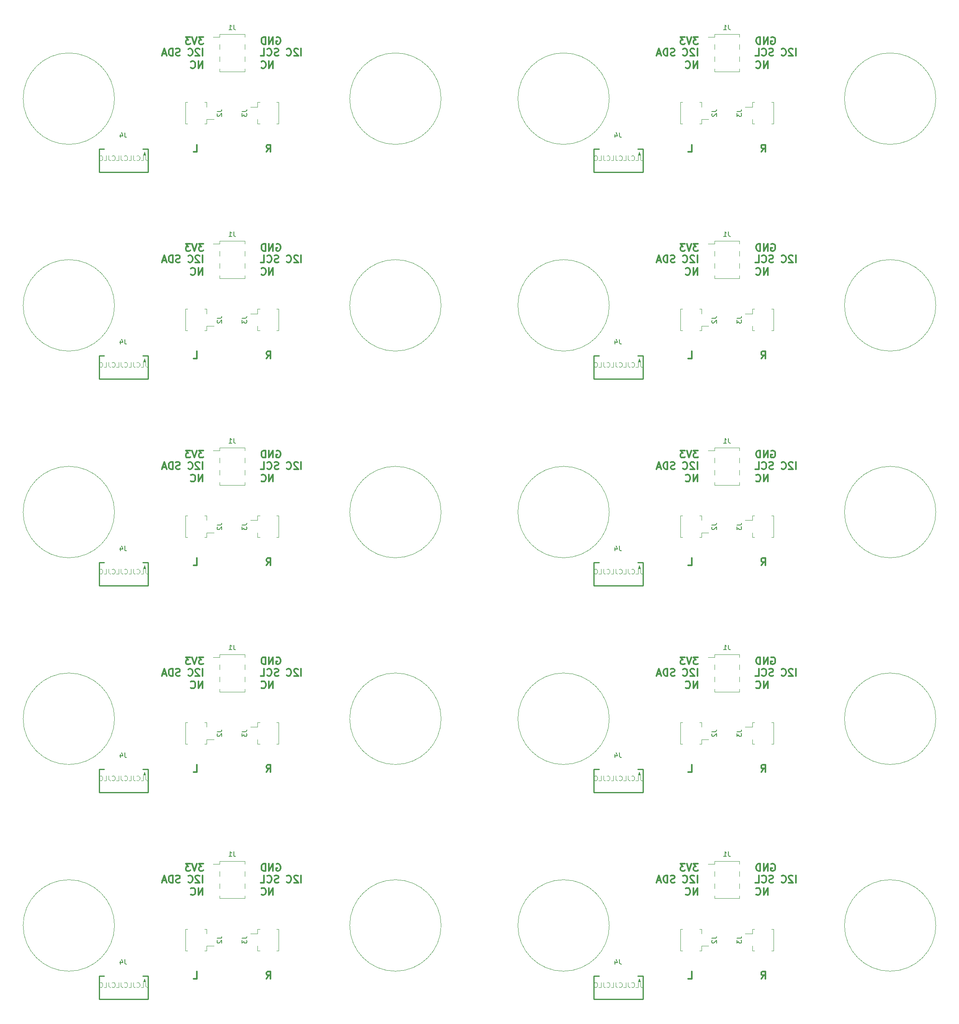
<source format=gbr>
%TF.GenerationSoftware,KiCad,Pcbnew,(5.1.5)-3*%
%TF.CreationDate,2020-06-01T11:27:06+02:00*%
%TF.ProjectId,panel,70616e65-6c2e-46b6-9963-61645f706362,rev?*%
%TF.SameCoordinates,Original*%
%TF.FileFunction,Legend,Bot*%
%TF.FilePolarity,Positive*%
%FSLAX46Y46*%
G04 Gerber Fmt 4.6, Leading zero omitted, Abs format (unit mm)*
G04 Created by KiCad (PCBNEW (5.1.5)-3) date 2020-06-01 11:27:06*
%MOMM*%
%LPD*%
G04 APERTURE LIST*
%ADD10C,0.120000*%
%ADD11C,0.300000*%
%ADD12C,0.100000*%
%ADD13C,0.254000*%
%ADD14C,0.150000*%
G04 APERTURE END LIST*
D10*
X178513158Y-238000049D02*
G75*
G03X178513158Y-238000049I-9513149J0D01*
G01*
X246500010Y-238000049D02*
G75*
G03X246500010Y-238000049I-9513149J0D01*
G01*
D11*
X212223580Y-225250049D02*
X212366437Y-225178620D01*
X212580723Y-225178620D01*
X212795009Y-225250049D01*
X212937866Y-225392906D01*
X213009294Y-225535763D01*
X213080723Y-225821477D01*
X213080723Y-226035763D01*
X213009294Y-226321477D01*
X212937866Y-226464334D01*
X212795009Y-226607191D01*
X212580723Y-226678620D01*
X212437866Y-226678620D01*
X212223580Y-226607191D01*
X212152151Y-226535763D01*
X212152151Y-226035763D01*
X212437866Y-226035763D01*
X211509294Y-226678620D02*
X211509294Y-225178620D01*
X210652151Y-226678620D01*
X210652151Y-225178620D01*
X209937866Y-226678620D02*
X209937866Y-225178620D01*
X209580723Y-225178620D01*
X209366437Y-225250049D01*
X209223580Y-225392906D01*
X209152151Y-225535763D01*
X209080723Y-225821477D01*
X209080723Y-226035763D01*
X209152151Y-226321477D01*
X209223580Y-226464334D01*
X209366437Y-226607191D01*
X209580723Y-226678620D01*
X209937866Y-226678620D01*
X217366437Y-229078620D02*
X217366437Y-227578620D01*
X216723580Y-227721477D02*
X216652151Y-227650049D01*
X216509294Y-227578620D01*
X216152151Y-227578620D01*
X216009294Y-227650049D01*
X215937866Y-227721477D01*
X215866437Y-227864334D01*
X215866437Y-228007191D01*
X215937866Y-228221477D01*
X216795009Y-229078620D01*
X215866437Y-229078620D01*
X214366437Y-228935763D02*
X214437866Y-229007191D01*
X214652151Y-229078620D01*
X214795009Y-229078620D01*
X215009294Y-229007191D01*
X215152151Y-228864334D01*
X215223580Y-228721477D01*
X215295009Y-228435763D01*
X215295009Y-228221477D01*
X215223580Y-227935763D01*
X215152151Y-227792906D01*
X215009294Y-227650049D01*
X214795009Y-227578620D01*
X214652151Y-227578620D01*
X214437866Y-227650049D01*
X214366437Y-227721477D01*
X212652151Y-229007191D02*
X212437866Y-229078620D01*
X212080723Y-229078620D01*
X211937866Y-229007191D01*
X211866437Y-228935763D01*
X211795009Y-228792906D01*
X211795009Y-228650049D01*
X211866437Y-228507191D01*
X211937866Y-228435763D01*
X212080723Y-228364334D01*
X212366437Y-228292906D01*
X212509294Y-228221477D01*
X212580723Y-228150049D01*
X212652151Y-228007191D01*
X212652151Y-227864334D01*
X212580723Y-227721477D01*
X212509294Y-227650049D01*
X212366437Y-227578620D01*
X212009294Y-227578620D01*
X211795009Y-227650049D01*
X210295009Y-228935763D02*
X210366437Y-229007191D01*
X210580723Y-229078620D01*
X210723580Y-229078620D01*
X210937866Y-229007191D01*
X211080723Y-228864334D01*
X211152151Y-228721477D01*
X211223580Y-228435763D01*
X211223580Y-228221477D01*
X211152151Y-227935763D01*
X211080723Y-227792906D01*
X210937866Y-227650049D01*
X210723580Y-227578620D01*
X210580723Y-227578620D01*
X210366437Y-227650049D01*
X210295009Y-227721477D01*
X208937866Y-229078620D02*
X209652151Y-229078620D01*
X209652151Y-227578620D01*
X211509294Y-231678620D02*
X211509294Y-230178620D01*
X210652151Y-231678620D01*
X210652151Y-230178620D01*
X209080723Y-231535763D02*
X209152151Y-231607191D01*
X209366437Y-231678620D01*
X209509294Y-231678620D01*
X209723580Y-231607191D01*
X209866437Y-231464334D01*
X209937866Y-231321477D01*
X210009294Y-231035763D01*
X210009294Y-230821477D01*
X209937866Y-230535763D01*
X209866437Y-230392906D01*
X209723580Y-230250049D01*
X209509294Y-230178620D01*
X209366437Y-230178620D01*
X209152151Y-230250049D01*
X209080723Y-230321477D01*
X196990723Y-225178620D02*
X196062151Y-225178620D01*
X196562151Y-225750049D01*
X196347866Y-225750049D01*
X196205009Y-225821477D01*
X196133580Y-225892906D01*
X196062151Y-226035763D01*
X196062151Y-226392906D01*
X196133580Y-226535763D01*
X196205009Y-226607191D01*
X196347866Y-226678620D01*
X196776437Y-226678620D01*
X196919294Y-226607191D01*
X196990723Y-226535763D01*
X195633580Y-225178620D02*
X195133580Y-226678620D01*
X194633580Y-225178620D01*
X194276437Y-225178620D02*
X193347866Y-225178620D01*
X193847866Y-225750049D01*
X193633580Y-225750049D01*
X193490723Y-225821477D01*
X193419294Y-225892906D01*
X193347866Y-226035763D01*
X193347866Y-226392906D01*
X193419294Y-226535763D01*
X193490723Y-226607191D01*
X193633580Y-226678620D01*
X194062151Y-226678620D01*
X194205009Y-226607191D01*
X194276437Y-226535763D01*
X196847866Y-229078620D02*
X196847866Y-227578620D01*
X196205009Y-227721477D02*
X196133580Y-227650049D01*
X195990723Y-227578620D01*
X195633580Y-227578620D01*
X195490723Y-227650049D01*
X195419294Y-227721477D01*
X195347866Y-227864334D01*
X195347866Y-228007191D01*
X195419294Y-228221477D01*
X196276437Y-229078620D01*
X195347866Y-229078620D01*
X193847866Y-228935763D02*
X193919294Y-229007191D01*
X194133580Y-229078620D01*
X194276437Y-229078620D01*
X194490723Y-229007191D01*
X194633580Y-228864334D01*
X194705009Y-228721477D01*
X194776437Y-228435763D01*
X194776437Y-228221477D01*
X194705009Y-227935763D01*
X194633580Y-227792906D01*
X194490723Y-227650049D01*
X194276437Y-227578620D01*
X194133580Y-227578620D01*
X193919294Y-227650049D01*
X193847866Y-227721477D01*
X192133580Y-229007191D02*
X191919294Y-229078620D01*
X191562151Y-229078620D01*
X191419294Y-229007191D01*
X191347866Y-228935763D01*
X191276437Y-228792906D01*
X191276437Y-228650049D01*
X191347866Y-228507191D01*
X191419294Y-228435763D01*
X191562151Y-228364334D01*
X191847866Y-228292906D01*
X191990723Y-228221477D01*
X192062151Y-228150049D01*
X192133580Y-228007191D01*
X192133580Y-227864334D01*
X192062151Y-227721477D01*
X191990723Y-227650049D01*
X191847866Y-227578620D01*
X191490723Y-227578620D01*
X191276437Y-227650049D01*
X190633580Y-229078620D02*
X190633580Y-227578620D01*
X190276437Y-227578620D01*
X190062151Y-227650049D01*
X189919294Y-227792906D01*
X189847866Y-227935763D01*
X189776437Y-228221477D01*
X189776437Y-228435763D01*
X189847866Y-228721477D01*
X189919294Y-228864334D01*
X190062151Y-229007191D01*
X190276437Y-229078620D01*
X190633580Y-229078620D01*
X189205009Y-228650049D02*
X188490723Y-228650049D01*
X189347866Y-229078620D02*
X188847866Y-227578620D01*
X188347866Y-229078620D01*
X196847866Y-231678620D02*
X196847866Y-230178620D01*
X195990723Y-231678620D01*
X195990723Y-230178620D01*
X194419294Y-231535763D02*
X194490723Y-231607191D01*
X194705009Y-231678620D01*
X194847866Y-231678620D01*
X195062151Y-231607191D01*
X195205009Y-231464334D01*
X195276437Y-231321477D01*
X195347866Y-231035763D01*
X195347866Y-230821477D01*
X195276437Y-230535763D01*
X195205009Y-230392906D01*
X195062151Y-230250049D01*
X194847866Y-230178620D01*
X194705009Y-230178620D01*
X194490723Y-230250049D01*
X194419294Y-230321477D01*
X210135723Y-249078620D02*
X210635723Y-248364334D01*
X210992866Y-249078620D02*
X210992866Y-247578620D01*
X210421437Y-247578620D01*
X210278580Y-247650049D01*
X210207151Y-247721477D01*
X210135723Y-247864334D01*
X210135723Y-248078620D01*
X210207151Y-248221477D01*
X210278580Y-248292906D01*
X210421437Y-248364334D01*
X210992866Y-248364334D01*
X194935723Y-249078620D02*
X195650009Y-249078620D01*
X195650009Y-247578620D01*
D12*
X184994056Y-249852429D02*
X184994056Y-250566715D01*
X185041675Y-250709572D01*
X185136913Y-250804810D01*
X185279770Y-250852429D01*
X185375009Y-250852429D01*
X184041675Y-250852429D02*
X184517866Y-250852429D01*
X184517866Y-249852429D01*
X183136913Y-250757191D02*
X183184532Y-250804810D01*
X183327389Y-250852429D01*
X183422628Y-250852429D01*
X183565485Y-250804810D01*
X183660723Y-250709572D01*
X183708342Y-250614334D01*
X183755961Y-250423858D01*
X183755961Y-250281001D01*
X183708342Y-250090525D01*
X183660723Y-249995287D01*
X183565485Y-249900049D01*
X183422628Y-249852429D01*
X183327389Y-249852429D01*
X183184532Y-249900049D01*
X183136913Y-249947668D01*
X182422628Y-249852429D02*
X182422628Y-250566715D01*
X182470247Y-250709572D01*
X182565485Y-250804810D01*
X182708342Y-250852429D01*
X182803580Y-250852429D01*
X181470247Y-250852429D02*
X181946437Y-250852429D01*
X181946437Y-249852429D01*
X180565485Y-250757191D02*
X180613104Y-250804810D01*
X180755961Y-250852429D01*
X180851199Y-250852429D01*
X180994056Y-250804810D01*
X181089294Y-250709572D01*
X181136913Y-250614334D01*
X181184532Y-250423858D01*
X181184532Y-250281001D01*
X181136913Y-250090525D01*
X181089294Y-249995287D01*
X180994056Y-249900049D01*
X180851199Y-249852429D01*
X180755961Y-249852429D01*
X180613104Y-249900049D01*
X180565485Y-249947668D01*
X179851199Y-249852429D02*
X179851199Y-250566715D01*
X179898818Y-250709572D01*
X179994056Y-250804810D01*
X180136913Y-250852429D01*
X180232151Y-250852429D01*
X178898818Y-250852429D02*
X179375009Y-250852429D01*
X179375009Y-249852429D01*
X177994056Y-250757191D02*
X178041675Y-250804810D01*
X178184532Y-250852429D01*
X178279770Y-250852429D01*
X178422628Y-250804810D01*
X178517866Y-250709572D01*
X178565485Y-250614334D01*
X178613104Y-250423858D01*
X178613104Y-250281001D01*
X178565485Y-250090525D01*
X178517866Y-249995287D01*
X178422628Y-249900049D01*
X178279770Y-249852429D01*
X178184532Y-249852429D01*
X178041675Y-249900049D01*
X177994056Y-249947668D01*
X177279770Y-249852429D02*
X177279770Y-250566715D01*
X177327389Y-250709572D01*
X177422628Y-250804810D01*
X177565485Y-250852429D01*
X177660723Y-250852429D01*
X176327389Y-250852429D02*
X176803580Y-250852429D01*
X176803580Y-249852429D01*
X175422628Y-250757191D02*
X175470247Y-250804810D01*
X175613104Y-250852429D01*
X175708342Y-250852429D01*
X175851199Y-250804810D01*
X175946437Y-250709572D01*
X175994056Y-250614334D01*
X176041675Y-250423858D01*
X176041675Y-250281001D01*
X175994056Y-250090525D01*
X175946437Y-249995287D01*
X175851199Y-249900049D01*
X175708342Y-249852429D01*
X175613104Y-249852429D01*
X175470247Y-249900049D01*
X175422628Y-249947668D01*
D10*
X75513150Y-238000049D02*
G75*
G03X75513150Y-238000049I-9513149J0D01*
G01*
X143500002Y-238000049D02*
G75*
G03X143500002Y-238000049I-9513149J0D01*
G01*
D11*
X109223572Y-225250049D02*
X109366429Y-225178620D01*
X109580715Y-225178620D01*
X109795001Y-225250049D01*
X109937858Y-225392906D01*
X110009286Y-225535763D01*
X110080715Y-225821477D01*
X110080715Y-226035763D01*
X110009286Y-226321477D01*
X109937858Y-226464334D01*
X109795001Y-226607191D01*
X109580715Y-226678620D01*
X109437858Y-226678620D01*
X109223572Y-226607191D01*
X109152143Y-226535763D01*
X109152143Y-226035763D01*
X109437858Y-226035763D01*
X108509286Y-226678620D02*
X108509286Y-225178620D01*
X107652143Y-226678620D01*
X107652143Y-225178620D01*
X106937858Y-226678620D02*
X106937858Y-225178620D01*
X106580715Y-225178620D01*
X106366429Y-225250049D01*
X106223572Y-225392906D01*
X106152143Y-225535763D01*
X106080715Y-225821477D01*
X106080715Y-226035763D01*
X106152143Y-226321477D01*
X106223572Y-226464334D01*
X106366429Y-226607191D01*
X106580715Y-226678620D01*
X106937858Y-226678620D01*
X114366429Y-229078620D02*
X114366429Y-227578620D01*
X113723572Y-227721477D02*
X113652143Y-227650049D01*
X113509286Y-227578620D01*
X113152143Y-227578620D01*
X113009286Y-227650049D01*
X112937858Y-227721477D01*
X112866429Y-227864334D01*
X112866429Y-228007191D01*
X112937858Y-228221477D01*
X113795001Y-229078620D01*
X112866429Y-229078620D01*
X111366429Y-228935763D02*
X111437858Y-229007191D01*
X111652143Y-229078620D01*
X111795001Y-229078620D01*
X112009286Y-229007191D01*
X112152143Y-228864334D01*
X112223572Y-228721477D01*
X112295001Y-228435763D01*
X112295001Y-228221477D01*
X112223572Y-227935763D01*
X112152143Y-227792906D01*
X112009286Y-227650049D01*
X111795001Y-227578620D01*
X111652143Y-227578620D01*
X111437858Y-227650049D01*
X111366429Y-227721477D01*
X109652143Y-229007191D02*
X109437858Y-229078620D01*
X109080715Y-229078620D01*
X108937858Y-229007191D01*
X108866429Y-228935763D01*
X108795001Y-228792906D01*
X108795001Y-228650049D01*
X108866429Y-228507191D01*
X108937858Y-228435763D01*
X109080715Y-228364334D01*
X109366429Y-228292906D01*
X109509286Y-228221477D01*
X109580715Y-228150049D01*
X109652143Y-228007191D01*
X109652143Y-227864334D01*
X109580715Y-227721477D01*
X109509286Y-227650049D01*
X109366429Y-227578620D01*
X109009286Y-227578620D01*
X108795001Y-227650049D01*
X107295001Y-228935763D02*
X107366429Y-229007191D01*
X107580715Y-229078620D01*
X107723572Y-229078620D01*
X107937858Y-229007191D01*
X108080715Y-228864334D01*
X108152143Y-228721477D01*
X108223572Y-228435763D01*
X108223572Y-228221477D01*
X108152143Y-227935763D01*
X108080715Y-227792906D01*
X107937858Y-227650049D01*
X107723572Y-227578620D01*
X107580715Y-227578620D01*
X107366429Y-227650049D01*
X107295001Y-227721477D01*
X105937858Y-229078620D02*
X106652143Y-229078620D01*
X106652143Y-227578620D01*
X108509286Y-231678620D02*
X108509286Y-230178620D01*
X107652143Y-231678620D01*
X107652143Y-230178620D01*
X106080715Y-231535763D02*
X106152143Y-231607191D01*
X106366429Y-231678620D01*
X106509286Y-231678620D01*
X106723572Y-231607191D01*
X106866429Y-231464334D01*
X106937858Y-231321477D01*
X107009286Y-231035763D01*
X107009286Y-230821477D01*
X106937858Y-230535763D01*
X106866429Y-230392906D01*
X106723572Y-230250049D01*
X106509286Y-230178620D01*
X106366429Y-230178620D01*
X106152143Y-230250049D01*
X106080715Y-230321477D01*
X93990715Y-225178620D02*
X93062143Y-225178620D01*
X93562143Y-225750049D01*
X93347858Y-225750049D01*
X93205001Y-225821477D01*
X93133572Y-225892906D01*
X93062143Y-226035763D01*
X93062143Y-226392906D01*
X93133572Y-226535763D01*
X93205001Y-226607191D01*
X93347858Y-226678620D01*
X93776429Y-226678620D01*
X93919286Y-226607191D01*
X93990715Y-226535763D01*
X92633572Y-225178620D02*
X92133572Y-226678620D01*
X91633572Y-225178620D01*
X91276429Y-225178620D02*
X90347858Y-225178620D01*
X90847858Y-225750049D01*
X90633572Y-225750049D01*
X90490715Y-225821477D01*
X90419286Y-225892906D01*
X90347858Y-226035763D01*
X90347858Y-226392906D01*
X90419286Y-226535763D01*
X90490715Y-226607191D01*
X90633572Y-226678620D01*
X91062143Y-226678620D01*
X91205001Y-226607191D01*
X91276429Y-226535763D01*
X93847858Y-229078620D02*
X93847858Y-227578620D01*
X93205001Y-227721477D02*
X93133572Y-227650049D01*
X92990715Y-227578620D01*
X92633572Y-227578620D01*
X92490715Y-227650049D01*
X92419286Y-227721477D01*
X92347858Y-227864334D01*
X92347858Y-228007191D01*
X92419286Y-228221477D01*
X93276429Y-229078620D01*
X92347858Y-229078620D01*
X90847858Y-228935763D02*
X90919286Y-229007191D01*
X91133572Y-229078620D01*
X91276429Y-229078620D01*
X91490715Y-229007191D01*
X91633572Y-228864334D01*
X91705001Y-228721477D01*
X91776429Y-228435763D01*
X91776429Y-228221477D01*
X91705001Y-227935763D01*
X91633572Y-227792906D01*
X91490715Y-227650049D01*
X91276429Y-227578620D01*
X91133572Y-227578620D01*
X90919286Y-227650049D01*
X90847858Y-227721477D01*
X89133572Y-229007191D02*
X88919286Y-229078620D01*
X88562143Y-229078620D01*
X88419286Y-229007191D01*
X88347858Y-228935763D01*
X88276429Y-228792906D01*
X88276429Y-228650049D01*
X88347858Y-228507191D01*
X88419286Y-228435763D01*
X88562143Y-228364334D01*
X88847858Y-228292906D01*
X88990715Y-228221477D01*
X89062143Y-228150049D01*
X89133572Y-228007191D01*
X89133572Y-227864334D01*
X89062143Y-227721477D01*
X88990715Y-227650049D01*
X88847858Y-227578620D01*
X88490715Y-227578620D01*
X88276429Y-227650049D01*
X87633572Y-229078620D02*
X87633572Y-227578620D01*
X87276429Y-227578620D01*
X87062143Y-227650049D01*
X86919286Y-227792906D01*
X86847858Y-227935763D01*
X86776429Y-228221477D01*
X86776429Y-228435763D01*
X86847858Y-228721477D01*
X86919286Y-228864334D01*
X87062143Y-229007191D01*
X87276429Y-229078620D01*
X87633572Y-229078620D01*
X86205001Y-228650049D02*
X85490715Y-228650049D01*
X86347858Y-229078620D02*
X85847858Y-227578620D01*
X85347858Y-229078620D01*
X93847858Y-231678620D02*
X93847858Y-230178620D01*
X92990715Y-231678620D01*
X92990715Y-230178620D01*
X91419286Y-231535763D02*
X91490715Y-231607191D01*
X91705001Y-231678620D01*
X91847858Y-231678620D01*
X92062143Y-231607191D01*
X92205001Y-231464334D01*
X92276429Y-231321477D01*
X92347858Y-231035763D01*
X92347858Y-230821477D01*
X92276429Y-230535763D01*
X92205001Y-230392906D01*
X92062143Y-230250049D01*
X91847858Y-230178620D01*
X91705001Y-230178620D01*
X91490715Y-230250049D01*
X91419286Y-230321477D01*
X107135715Y-249078620D02*
X107635715Y-248364334D01*
X107992858Y-249078620D02*
X107992858Y-247578620D01*
X107421429Y-247578620D01*
X107278572Y-247650049D01*
X107207143Y-247721477D01*
X107135715Y-247864334D01*
X107135715Y-248078620D01*
X107207143Y-248221477D01*
X107278572Y-248292906D01*
X107421429Y-248364334D01*
X107992858Y-248364334D01*
X91935715Y-249078620D02*
X92650001Y-249078620D01*
X92650001Y-247578620D01*
D12*
X81994048Y-249852429D02*
X81994048Y-250566715D01*
X82041667Y-250709572D01*
X82136905Y-250804810D01*
X82279762Y-250852429D01*
X82375001Y-250852429D01*
X81041667Y-250852429D02*
X81517858Y-250852429D01*
X81517858Y-249852429D01*
X80136905Y-250757191D02*
X80184524Y-250804810D01*
X80327381Y-250852429D01*
X80422620Y-250852429D01*
X80565477Y-250804810D01*
X80660715Y-250709572D01*
X80708334Y-250614334D01*
X80755953Y-250423858D01*
X80755953Y-250281001D01*
X80708334Y-250090525D01*
X80660715Y-249995287D01*
X80565477Y-249900049D01*
X80422620Y-249852429D01*
X80327381Y-249852429D01*
X80184524Y-249900049D01*
X80136905Y-249947668D01*
X79422620Y-249852429D02*
X79422620Y-250566715D01*
X79470239Y-250709572D01*
X79565477Y-250804810D01*
X79708334Y-250852429D01*
X79803572Y-250852429D01*
X78470239Y-250852429D02*
X78946429Y-250852429D01*
X78946429Y-249852429D01*
X77565477Y-250757191D02*
X77613096Y-250804810D01*
X77755953Y-250852429D01*
X77851191Y-250852429D01*
X77994048Y-250804810D01*
X78089286Y-250709572D01*
X78136905Y-250614334D01*
X78184524Y-250423858D01*
X78184524Y-250281001D01*
X78136905Y-250090525D01*
X78089286Y-249995287D01*
X77994048Y-249900049D01*
X77851191Y-249852429D01*
X77755953Y-249852429D01*
X77613096Y-249900049D01*
X77565477Y-249947668D01*
X76851191Y-249852429D02*
X76851191Y-250566715D01*
X76898810Y-250709572D01*
X76994048Y-250804810D01*
X77136905Y-250852429D01*
X77232143Y-250852429D01*
X75898810Y-250852429D02*
X76375001Y-250852429D01*
X76375001Y-249852429D01*
X74994048Y-250757191D02*
X75041667Y-250804810D01*
X75184524Y-250852429D01*
X75279762Y-250852429D01*
X75422620Y-250804810D01*
X75517858Y-250709572D01*
X75565477Y-250614334D01*
X75613096Y-250423858D01*
X75613096Y-250281001D01*
X75565477Y-250090525D01*
X75517858Y-249995287D01*
X75422620Y-249900049D01*
X75279762Y-249852429D01*
X75184524Y-249852429D01*
X75041667Y-249900049D01*
X74994048Y-249947668D01*
X74279762Y-249852429D02*
X74279762Y-250566715D01*
X74327381Y-250709572D01*
X74422620Y-250804810D01*
X74565477Y-250852429D01*
X74660715Y-250852429D01*
X73327381Y-250852429D02*
X73803572Y-250852429D01*
X73803572Y-249852429D01*
X72422620Y-250757191D02*
X72470239Y-250804810D01*
X72613096Y-250852429D01*
X72708334Y-250852429D01*
X72851191Y-250804810D01*
X72946429Y-250709572D01*
X72994048Y-250614334D01*
X73041667Y-250423858D01*
X73041667Y-250281001D01*
X72994048Y-250090525D01*
X72946429Y-249995287D01*
X72851191Y-249900049D01*
X72708334Y-249852429D01*
X72613096Y-249852429D01*
X72470239Y-249900049D01*
X72422620Y-249947668D01*
D10*
X178513158Y-195000037D02*
G75*
G03X178513158Y-195000037I-9513149J0D01*
G01*
X246500010Y-195000037D02*
G75*
G03X246500010Y-195000037I-9513149J0D01*
G01*
D11*
X212223580Y-182250037D02*
X212366437Y-182178608D01*
X212580723Y-182178608D01*
X212795009Y-182250037D01*
X212937866Y-182392894D01*
X213009294Y-182535751D01*
X213080723Y-182821465D01*
X213080723Y-183035751D01*
X213009294Y-183321465D01*
X212937866Y-183464322D01*
X212795009Y-183607179D01*
X212580723Y-183678608D01*
X212437866Y-183678608D01*
X212223580Y-183607179D01*
X212152151Y-183535751D01*
X212152151Y-183035751D01*
X212437866Y-183035751D01*
X211509294Y-183678608D02*
X211509294Y-182178608D01*
X210652151Y-183678608D01*
X210652151Y-182178608D01*
X209937866Y-183678608D02*
X209937866Y-182178608D01*
X209580723Y-182178608D01*
X209366437Y-182250037D01*
X209223580Y-182392894D01*
X209152151Y-182535751D01*
X209080723Y-182821465D01*
X209080723Y-183035751D01*
X209152151Y-183321465D01*
X209223580Y-183464322D01*
X209366437Y-183607179D01*
X209580723Y-183678608D01*
X209937866Y-183678608D01*
X217366437Y-186078608D02*
X217366437Y-184578608D01*
X216723580Y-184721465D02*
X216652151Y-184650037D01*
X216509294Y-184578608D01*
X216152151Y-184578608D01*
X216009294Y-184650037D01*
X215937866Y-184721465D01*
X215866437Y-184864322D01*
X215866437Y-185007179D01*
X215937866Y-185221465D01*
X216795009Y-186078608D01*
X215866437Y-186078608D01*
X214366437Y-185935751D02*
X214437866Y-186007179D01*
X214652151Y-186078608D01*
X214795009Y-186078608D01*
X215009294Y-186007179D01*
X215152151Y-185864322D01*
X215223580Y-185721465D01*
X215295009Y-185435751D01*
X215295009Y-185221465D01*
X215223580Y-184935751D01*
X215152151Y-184792894D01*
X215009294Y-184650037D01*
X214795009Y-184578608D01*
X214652151Y-184578608D01*
X214437866Y-184650037D01*
X214366437Y-184721465D01*
X212652151Y-186007179D02*
X212437866Y-186078608D01*
X212080723Y-186078608D01*
X211937866Y-186007179D01*
X211866437Y-185935751D01*
X211795009Y-185792894D01*
X211795009Y-185650037D01*
X211866437Y-185507179D01*
X211937866Y-185435751D01*
X212080723Y-185364322D01*
X212366437Y-185292894D01*
X212509294Y-185221465D01*
X212580723Y-185150037D01*
X212652151Y-185007179D01*
X212652151Y-184864322D01*
X212580723Y-184721465D01*
X212509294Y-184650037D01*
X212366437Y-184578608D01*
X212009294Y-184578608D01*
X211795009Y-184650037D01*
X210295009Y-185935751D02*
X210366437Y-186007179D01*
X210580723Y-186078608D01*
X210723580Y-186078608D01*
X210937866Y-186007179D01*
X211080723Y-185864322D01*
X211152151Y-185721465D01*
X211223580Y-185435751D01*
X211223580Y-185221465D01*
X211152151Y-184935751D01*
X211080723Y-184792894D01*
X210937866Y-184650037D01*
X210723580Y-184578608D01*
X210580723Y-184578608D01*
X210366437Y-184650037D01*
X210295009Y-184721465D01*
X208937866Y-186078608D02*
X209652151Y-186078608D01*
X209652151Y-184578608D01*
X211509294Y-188678608D02*
X211509294Y-187178608D01*
X210652151Y-188678608D01*
X210652151Y-187178608D01*
X209080723Y-188535751D02*
X209152151Y-188607179D01*
X209366437Y-188678608D01*
X209509294Y-188678608D01*
X209723580Y-188607179D01*
X209866437Y-188464322D01*
X209937866Y-188321465D01*
X210009294Y-188035751D01*
X210009294Y-187821465D01*
X209937866Y-187535751D01*
X209866437Y-187392894D01*
X209723580Y-187250037D01*
X209509294Y-187178608D01*
X209366437Y-187178608D01*
X209152151Y-187250037D01*
X209080723Y-187321465D01*
X196990723Y-182178608D02*
X196062151Y-182178608D01*
X196562151Y-182750037D01*
X196347866Y-182750037D01*
X196205009Y-182821465D01*
X196133580Y-182892894D01*
X196062151Y-183035751D01*
X196062151Y-183392894D01*
X196133580Y-183535751D01*
X196205009Y-183607179D01*
X196347866Y-183678608D01*
X196776437Y-183678608D01*
X196919294Y-183607179D01*
X196990723Y-183535751D01*
X195633580Y-182178608D02*
X195133580Y-183678608D01*
X194633580Y-182178608D01*
X194276437Y-182178608D02*
X193347866Y-182178608D01*
X193847866Y-182750037D01*
X193633580Y-182750037D01*
X193490723Y-182821465D01*
X193419294Y-182892894D01*
X193347866Y-183035751D01*
X193347866Y-183392894D01*
X193419294Y-183535751D01*
X193490723Y-183607179D01*
X193633580Y-183678608D01*
X194062151Y-183678608D01*
X194205009Y-183607179D01*
X194276437Y-183535751D01*
X196847866Y-186078608D02*
X196847866Y-184578608D01*
X196205009Y-184721465D02*
X196133580Y-184650037D01*
X195990723Y-184578608D01*
X195633580Y-184578608D01*
X195490723Y-184650037D01*
X195419294Y-184721465D01*
X195347866Y-184864322D01*
X195347866Y-185007179D01*
X195419294Y-185221465D01*
X196276437Y-186078608D01*
X195347866Y-186078608D01*
X193847866Y-185935751D02*
X193919294Y-186007179D01*
X194133580Y-186078608D01*
X194276437Y-186078608D01*
X194490723Y-186007179D01*
X194633580Y-185864322D01*
X194705009Y-185721465D01*
X194776437Y-185435751D01*
X194776437Y-185221465D01*
X194705009Y-184935751D01*
X194633580Y-184792894D01*
X194490723Y-184650037D01*
X194276437Y-184578608D01*
X194133580Y-184578608D01*
X193919294Y-184650037D01*
X193847866Y-184721465D01*
X192133580Y-186007179D02*
X191919294Y-186078608D01*
X191562151Y-186078608D01*
X191419294Y-186007179D01*
X191347866Y-185935751D01*
X191276437Y-185792894D01*
X191276437Y-185650037D01*
X191347866Y-185507179D01*
X191419294Y-185435751D01*
X191562151Y-185364322D01*
X191847866Y-185292894D01*
X191990723Y-185221465D01*
X192062151Y-185150037D01*
X192133580Y-185007179D01*
X192133580Y-184864322D01*
X192062151Y-184721465D01*
X191990723Y-184650037D01*
X191847866Y-184578608D01*
X191490723Y-184578608D01*
X191276437Y-184650037D01*
X190633580Y-186078608D02*
X190633580Y-184578608D01*
X190276437Y-184578608D01*
X190062151Y-184650037D01*
X189919294Y-184792894D01*
X189847866Y-184935751D01*
X189776437Y-185221465D01*
X189776437Y-185435751D01*
X189847866Y-185721465D01*
X189919294Y-185864322D01*
X190062151Y-186007179D01*
X190276437Y-186078608D01*
X190633580Y-186078608D01*
X189205009Y-185650037D02*
X188490723Y-185650037D01*
X189347866Y-186078608D02*
X188847866Y-184578608D01*
X188347866Y-186078608D01*
X196847866Y-188678608D02*
X196847866Y-187178608D01*
X195990723Y-188678608D01*
X195990723Y-187178608D01*
X194419294Y-188535751D02*
X194490723Y-188607179D01*
X194705009Y-188678608D01*
X194847866Y-188678608D01*
X195062151Y-188607179D01*
X195205009Y-188464322D01*
X195276437Y-188321465D01*
X195347866Y-188035751D01*
X195347866Y-187821465D01*
X195276437Y-187535751D01*
X195205009Y-187392894D01*
X195062151Y-187250037D01*
X194847866Y-187178608D01*
X194705009Y-187178608D01*
X194490723Y-187250037D01*
X194419294Y-187321465D01*
X210135723Y-206078608D02*
X210635723Y-205364322D01*
X210992866Y-206078608D02*
X210992866Y-204578608D01*
X210421437Y-204578608D01*
X210278580Y-204650037D01*
X210207151Y-204721465D01*
X210135723Y-204864322D01*
X210135723Y-205078608D01*
X210207151Y-205221465D01*
X210278580Y-205292894D01*
X210421437Y-205364322D01*
X210992866Y-205364322D01*
X194935723Y-206078608D02*
X195650009Y-206078608D01*
X195650009Y-204578608D01*
D12*
X184994056Y-206852417D02*
X184994056Y-207566703D01*
X185041675Y-207709560D01*
X185136913Y-207804798D01*
X185279770Y-207852417D01*
X185375009Y-207852417D01*
X184041675Y-207852417D02*
X184517866Y-207852417D01*
X184517866Y-206852417D01*
X183136913Y-207757179D02*
X183184532Y-207804798D01*
X183327389Y-207852417D01*
X183422628Y-207852417D01*
X183565485Y-207804798D01*
X183660723Y-207709560D01*
X183708342Y-207614322D01*
X183755961Y-207423846D01*
X183755961Y-207280989D01*
X183708342Y-207090513D01*
X183660723Y-206995275D01*
X183565485Y-206900037D01*
X183422628Y-206852417D01*
X183327389Y-206852417D01*
X183184532Y-206900037D01*
X183136913Y-206947656D01*
X182422628Y-206852417D02*
X182422628Y-207566703D01*
X182470247Y-207709560D01*
X182565485Y-207804798D01*
X182708342Y-207852417D01*
X182803580Y-207852417D01*
X181470247Y-207852417D02*
X181946437Y-207852417D01*
X181946437Y-206852417D01*
X180565485Y-207757179D02*
X180613104Y-207804798D01*
X180755961Y-207852417D01*
X180851199Y-207852417D01*
X180994056Y-207804798D01*
X181089294Y-207709560D01*
X181136913Y-207614322D01*
X181184532Y-207423846D01*
X181184532Y-207280989D01*
X181136913Y-207090513D01*
X181089294Y-206995275D01*
X180994056Y-206900037D01*
X180851199Y-206852417D01*
X180755961Y-206852417D01*
X180613104Y-206900037D01*
X180565485Y-206947656D01*
X179851199Y-206852417D02*
X179851199Y-207566703D01*
X179898818Y-207709560D01*
X179994056Y-207804798D01*
X180136913Y-207852417D01*
X180232151Y-207852417D01*
X178898818Y-207852417D02*
X179375009Y-207852417D01*
X179375009Y-206852417D01*
X177994056Y-207757179D02*
X178041675Y-207804798D01*
X178184532Y-207852417D01*
X178279770Y-207852417D01*
X178422628Y-207804798D01*
X178517866Y-207709560D01*
X178565485Y-207614322D01*
X178613104Y-207423846D01*
X178613104Y-207280989D01*
X178565485Y-207090513D01*
X178517866Y-206995275D01*
X178422628Y-206900037D01*
X178279770Y-206852417D01*
X178184532Y-206852417D01*
X178041675Y-206900037D01*
X177994056Y-206947656D01*
X177279770Y-206852417D02*
X177279770Y-207566703D01*
X177327389Y-207709560D01*
X177422628Y-207804798D01*
X177565485Y-207852417D01*
X177660723Y-207852417D01*
X176327389Y-207852417D02*
X176803580Y-207852417D01*
X176803580Y-206852417D01*
X175422628Y-207757179D02*
X175470247Y-207804798D01*
X175613104Y-207852417D01*
X175708342Y-207852417D01*
X175851199Y-207804798D01*
X175946437Y-207709560D01*
X175994056Y-207614322D01*
X176041675Y-207423846D01*
X176041675Y-207280989D01*
X175994056Y-207090513D01*
X175946437Y-206995275D01*
X175851199Y-206900037D01*
X175708342Y-206852417D01*
X175613104Y-206852417D01*
X175470247Y-206900037D01*
X175422628Y-206947656D01*
D10*
X75513150Y-195000037D02*
G75*
G03X75513150Y-195000037I-9513149J0D01*
G01*
X143500002Y-195000037D02*
G75*
G03X143500002Y-195000037I-9513149J0D01*
G01*
D11*
X109223572Y-182250037D02*
X109366429Y-182178608D01*
X109580715Y-182178608D01*
X109795001Y-182250037D01*
X109937858Y-182392894D01*
X110009286Y-182535751D01*
X110080715Y-182821465D01*
X110080715Y-183035751D01*
X110009286Y-183321465D01*
X109937858Y-183464322D01*
X109795001Y-183607179D01*
X109580715Y-183678608D01*
X109437858Y-183678608D01*
X109223572Y-183607179D01*
X109152143Y-183535751D01*
X109152143Y-183035751D01*
X109437858Y-183035751D01*
X108509286Y-183678608D02*
X108509286Y-182178608D01*
X107652143Y-183678608D01*
X107652143Y-182178608D01*
X106937858Y-183678608D02*
X106937858Y-182178608D01*
X106580715Y-182178608D01*
X106366429Y-182250037D01*
X106223572Y-182392894D01*
X106152143Y-182535751D01*
X106080715Y-182821465D01*
X106080715Y-183035751D01*
X106152143Y-183321465D01*
X106223572Y-183464322D01*
X106366429Y-183607179D01*
X106580715Y-183678608D01*
X106937858Y-183678608D01*
X114366429Y-186078608D02*
X114366429Y-184578608D01*
X113723572Y-184721465D02*
X113652143Y-184650037D01*
X113509286Y-184578608D01*
X113152143Y-184578608D01*
X113009286Y-184650037D01*
X112937858Y-184721465D01*
X112866429Y-184864322D01*
X112866429Y-185007179D01*
X112937858Y-185221465D01*
X113795001Y-186078608D01*
X112866429Y-186078608D01*
X111366429Y-185935751D02*
X111437858Y-186007179D01*
X111652143Y-186078608D01*
X111795001Y-186078608D01*
X112009286Y-186007179D01*
X112152143Y-185864322D01*
X112223572Y-185721465D01*
X112295001Y-185435751D01*
X112295001Y-185221465D01*
X112223572Y-184935751D01*
X112152143Y-184792894D01*
X112009286Y-184650037D01*
X111795001Y-184578608D01*
X111652143Y-184578608D01*
X111437858Y-184650037D01*
X111366429Y-184721465D01*
X109652143Y-186007179D02*
X109437858Y-186078608D01*
X109080715Y-186078608D01*
X108937858Y-186007179D01*
X108866429Y-185935751D01*
X108795001Y-185792894D01*
X108795001Y-185650037D01*
X108866429Y-185507179D01*
X108937858Y-185435751D01*
X109080715Y-185364322D01*
X109366429Y-185292894D01*
X109509286Y-185221465D01*
X109580715Y-185150037D01*
X109652143Y-185007179D01*
X109652143Y-184864322D01*
X109580715Y-184721465D01*
X109509286Y-184650037D01*
X109366429Y-184578608D01*
X109009286Y-184578608D01*
X108795001Y-184650037D01*
X107295001Y-185935751D02*
X107366429Y-186007179D01*
X107580715Y-186078608D01*
X107723572Y-186078608D01*
X107937858Y-186007179D01*
X108080715Y-185864322D01*
X108152143Y-185721465D01*
X108223572Y-185435751D01*
X108223572Y-185221465D01*
X108152143Y-184935751D01*
X108080715Y-184792894D01*
X107937858Y-184650037D01*
X107723572Y-184578608D01*
X107580715Y-184578608D01*
X107366429Y-184650037D01*
X107295001Y-184721465D01*
X105937858Y-186078608D02*
X106652143Y-186078608D01*
X106652143Y-184578608D01*
X108509286Y-188678608D02*
X108509286Y-187178608D01*
X107652143Y-188678608D01*
X107652143Y-187178608D01*
X106080715Y-188535751D02*
X106152143Y-188607179D01*
X106366429Y-188678608D01*
X106509286Y-188678608D01*
X106723572Y-188607179D01*
X106866429Y-188464322D01*
X106937858Y-188321465D01*
X107009286Y-188035751D01*
X107009286Y-187821465D01*
X106937858Y-187535751D01*
X106866429Y-187392894D01*
X106723572Y-187250037D01*
X106509286Y-187178608D01*
X106366429Y-187178608D01*
X106152143Y-187250037D01*
X106080715Y-187321465D01*
X93990715Y-182178608D02*
X93062143Y-182178608D01*
X93562143Y-182750037D01*
X93347858Y-182750037D01*
X93205001Y-182821465D01*
X93133572Y-182892894D01*
X93062143Y-183035751D01*
X93062143Y-183392894D01*
X93133572Y-183535751D01*
X93205001Y-183607179D01*
X93347858Y-183678608D01*
X93776429Y-183678608D01*
X93919286Y-183607179D01*
X93990715Y-183535751D01*
X92633572Y-182178608D02*
X92133572Y-183678608D01*
X91633572Y-182178608D01*
X91276429Y-182178608D02*
X90347858Y-182178608D01*
X90847858Y-182750037D01*
X90633572Y-182750037D01*
X90490715Y-182821465D01*
X90419286Y-182892894D01*
X90347858Y-183035751D01*
X90347858Y-183392894D01*
X90419286Y-183535751D01*
X90490715Y-183607179D01*
X90633572Y-183678608D01*
X91062143Y-183678608D01*
X91205001Y-183607179D01*
X91276429Y-183535751D01*
X93847858Y-186078608D02*
X93847858Y-184578608D01*
X93205001Y-184721465D02*
X93133572Y-184650037D01*
X92990715Y-184578608D01*
X92633572Y-184578608D01*
X92490715Y-184650037D01*
X92419286Y-184721465D01*
X92347858Y-184864322D01*
X92347858Y-185007179D01*
X92419286Y-185221465D01*
X93276429Y-186078608D01*
X92347858Y-186078608D01*
X90847858Y-185935751D02*
X90919286Y-186007179D01*
X91133572Y-186078608D01*
X91276429Y-186078608D01*
X91490715Y-186007179D01*
X91633572Y-185864322D01*
X91705001Y-185721465D01*
X91776429Y-185435751D01*
X91776429Y-185221465D01*
X91705001Y-184935751D01*
X91633572Y-184792894D01*
X91490715Y-184650037D01*
X91276429Y-184578608D01*
X91133572Y-184578608D01*
X90919286Y-184650037D01*
X90847858Y-184721465D01*
X89133572Y-186007179D02*
X88919286Y-186078608D01*
X88562143Y-186078608D01*
X88419286Y-186007179D01*
X88347858Y-185935751D01*
X88276429Y-185792894D01*
X88276429Y-185650037D01*
X88347858Y-185507179D01*
X88419286Y-185435751D01*
X88562143Y-185364322D01*
X88847858Y-185292894D01*
X88990715Y-185221465D01*
X89062143Y-185150037D01*
X89133572Y-185007179D01*
X89133572Y-184864322D01*
X89062143Y-184721465D01*
X88990715Y-184650037D01*
X88847858Y-184578608D01*
X88490715Y-184578608D01*
X88276429Y-184650037D01*
X87633572Y-186078608D02*
X87633572Y-184578608D01*
X87276429Y-184578608D01*
X87062143Y-184650037D01*
X86919286Y-184792894D01*
X86847858Y-184935751D01*
X86776429Y-185221465D01*
X86776429Y-185435751D01*
X86847858Y-185721465D01*
X86919286Y-185864322D01*
X87062143Y-186007179D01*
X87276429Y-186078608D01*
X87633572Y-186078608D01*
X86205001Y-185650037D02*
X85490715Y-185650037D01*
X86347858Y-186078608D02*
X85847858Y-184578608D01*
X85347858Y-186078608D01*
X93847858Y-188678608D02*
X93847858Y-187178608D01*
X92990715Y-188678608D01*
X92990715Y-187178608D01*
X91419286Y-188535751D02*
X91490715Y-188607179D01*
X91705001Y-188678608D01*
X91847858Y-188678608D01*
X92062143Y-188607179D01*
X92205001Y-188464322D01*
X92276429Y-188321465D01*
X92347858Y-188035751D01*
X92347858Y-187821465D01*
X92276429Y-187535751D01*
X92205001Y-187392894D01*
X92062143Y-187250037D01*
X91847858Y-187178608D01*
X91705001Y-187178608D01*
X91490715Y-187250037D01*
X91419286Y-187321465D01*
X107135715Y-206078608D02*
X107635715Y-205364322D01*
X107992858Y-206078608D02*
X107992858Y-204578608D01*
X107421429Y-204578608D01*
X107278572Y-204650037D01*
X107207143Y-204721465D01*
X107135715Y-204864322D01*
X107135715Y-205078608D01*
X107207143Y-205221465D01*
X107278572Y-205292894D01*
X107421429Y-205364322D01*
X107992858Y-205364322D01*
X91935715Y-206078608D02*
X92650001Y-206078608D01*
X92650001Y-204578608D01*
D12*
X81994048Y-206852417D02*
X81994048Y-207566703D01*
X82041667Y-207709560D01*
X82136905Y-207804798D01*
X82279762Y-207852417D01*
X82375001Y-207852417D01*
X81041667Y-207852417D02*
X81517858Y-207852417D01*
X81517858Y-206852417D01*
X80136905Y-207757179D02*
X80184524Y-207804798D01*
X80327381Y-207852417D01*
X80422620Y-207852417D01*
X80565477Y-207804798D01*
X80660715Y-207709560D01*
X80708334Y-207614322D01*
X80755953Y-207423846D01*
X80755953Y-207280989D01*
X80708334Y-207090513D01*
X80660715Y-206995275D01*
X80565477Y-206900037D01*
X80422620Y-206852417D01*
X80327381Y-206852417D01*
X80184524Y-206900037D01*
X80136905Y-206947656D01*
X79422620Y-206852417D02*
X79422620Y-207566703D01*
X79470239Y-207709560D01*
X79565477Y-207804798D01*
X79708334Y-207852417D01*
X79803572Y-207852417D01*
X78470239Y-207852417D02*
X78946429Y-207852417D01*
X78946429Y-206852417D01*
X77565477Y-207757179D02*
X77613096Y-207804798D01*
X77755953Y-207852417D01*
X77851191Y-207852417D01*
X77994048Y-207804798D01*
X78089286Y-207709560D01*
X78136905Y-207614322D01*
X78184524Y-207423846D01*
X78184524Y-207280989D01*
X78136905Y-207090513D01*
X78089286Y-206995275D01*
X77994048Y-206900037D01*
X77851191Y-206852417D01*
X77755953Y-206852417D01*
X77613096Y-206900037D01*
X77565477Y-206947656D01*
X76851191Y-206852417D02*
X76851191Y-207566703D01*
X76898810Y-207709560D01*
X76994048Y-207804798D01*
X77136905Y-207852417D01*
X77232143Y-207852417D01*
X75898810Y-207852417D02*
X76375001Y-207852417D01*
X76375001Y-206852417D01*
X74994048Y-207757179D02*
X75041667Y-207804798D01*
X75184524Y-207852417D01*
X75279762Y-207852417D01*
X75422620Y-207804798D01*
X75517858Y-207709560D01*
X75565477Y-207614322D01*
X75613096Y-207423846D01*
X75613096Y-207280989D01*
X75565477Y-207090513D01*
X75517858Y-206995275D01*
X75422620Y-206900037D01*
X75279762Y-206852417D01*
X75184524Y-206852417D01*
X75041667Y-206900037D01*
X74994048Y-206947656D01*
X74279762Y-206852417D02*
X74279762Y-207566703D01*
X74327381Y-207709560D01*
X74422620Y-207804798D01*
X74565477Y-207852417D01*
X74660715Y-207852417D01*
X73327381Y-207852417D02*
X73803572Y-207852417D01*
X73803572Y-206852417D01*
X72422620Y-207757179D02*
X72470239Y-207804798D01*
X72613096Y-207852417D01*
X72708334Y-207852417D01*
X72851191Y-207804798D01*
X72946429Y-207709560D01*
X72994048Y-207614322D01*
X73041667Y-207423846D01*
X73041667Y-207280989D01*
X72994048Y-207090513D01*
X72946429Y-206995275D01*
X72851191Y-206900037D01*
X72708334Y-206852417D01*
X72613096Y-206852417D01*
X72470239Y-206900037D01*
X72422620Y-206947656D01*
D10*
X178513158Y-152000025D02*
G75*
G03X178513158Y-152000025I-9513149J0D01*
G01*
X246500010Y-152000025D02*
G75*
G03X246500010Y-152000025I-9513149J0D01*
G01*
D11*
X212223580Y-139250025D02*
X212366437Y-139178596D01*
X212580723Y-139178596D01*
X212795009Y-139250025D01*
X212937866Y-139392882D01*
X213009294Y-139535739D01*
X213080723Y-139821453D01*
X213080723Y-140035739D01*
X213009294Y-140321453D01*
X212937866Y-140464310D01*
X212795009Y-140607167D01*
X212580723Y-140678596D01*
X212437866Y-140678596D01*
X212223580Y-140607167D01*
X212152151Y-140535739D01*
X212152151Y-140035739D01*
X212437866Y-140035739D01*
X211509294Y-140678596D02*
X211509294Y-139178596D01*
X210652151Y-140678596D01*
X210652151Y-139178596D01*
X209937866Y-140678596D02*
X209937866Y-139178596D01*
X209580723Y-139178596D01*
X209366437Y-139250025D01*
X209223580Y-139392882D01*
X209152151Y-139535739D01*
X209080723Y-139821453D01*
X209080723Y-140035739D01*
X209152151Y-140321453D01*
X209223580Y-140464310D01*
X209366437Y-140607167D01*
X209580723Y-140678596D01*
X209937866Y-140678596D01*
X217366437Y-143078596D02*
X217366437Y-141578596D01*
X216723580Y-141721453D02*
X216652151Y-141650025D01*
X216509294Y-141578596D01*
X216152151Y-141578596D01*
X216009294Y-141650025D01*
X215937866Y-141721453D01*
X215866437Y-141864310D01*
X215866437Y-142007167D01*
X215937866Y-142221453D01*
X216795009Y-143078596D01*
X215866437Y-143078596D01*
X214366437Y-142935739D02*
X214437866Y-143007167D01*
X214652151Y-143078596D01*
X214795009Y-143078596D01*
X215009294Y-143007167D01*
X215152151Y-142864310D01*
X215223580Y-142721453D01*
X215295009Y-142435739D01*
X215295009Y-142221453D01*
X215223580Y-141935739D01*
X215152151Y-141792882D01*
X215009294Y-141650025D01*
X214795009Y-141578596D01*
X214652151Y-141578596D01*
X214437866Y-141650025D01*
X214366437Y-141721453D01*
X212652151Y-143007167D02*
X212437866Y-143078596D01*
X212080723Y-143078596D01*
X211937866Y-143007167D01*
X211866437Y-142935739D01*
X211795009Y-142792882D01*
X211795009Y-142650025D01*
X211866437Y-142507167D01*
X211937866Y-142435739D01*
X212080723Y-142364310D01*
X212366437Y-142292882D01*
X212509294Y-142221453D01*
X212580723Y-142150025D01*
X212652151Y-142007167D01*
X212652151Y-141864310D01*
X212580723Y-141721453D01*
X212509294Y-141650025D01*
X212366437Y-141578596D01*
X212009294Y-141578596D01*
X211795009Y-141650025D01*
X210295009Y-142935739D02*
X210366437Y-143007167D01*
X210580723Y-143078596D01*
X210723580Y-143078596D01*
X210937866Y-143007167D01*
X211080723Y-142864310D01*
X211152151Y-142721453D01*
X211223580Y-142435739D01*
X211223580Y-142221453D01*
X211152151Y-141935739D01*
X211080723Y-141792882D01*
X210937866Y-141650025D01*
X210723580Y-141578596D01*
X210580723Y-141578596D01*
X210366437Y-141650025D01*
X210295009Y-141721453D01*
X208937866Y-143078596D02*
X209652151Y-143078596D01*
X209652151Y-141578596D01*
X211509294Y-145678596D02*
X211509294Y-144178596D01*
X210652151Y-145678596D01*
X210652151Y-144178596D01*
X209080723Y-145535739D02*
X209152151Y-145607167D01*
X209366437Y-145678596D01*
X209509294Y-145678596D01*
X209723580Y-145607167D01*
X209866437Y-145464310D01*
X209937866Y-145321453D01*
X210009294Y-145035739D01*
X210009294Y-144821453D01*
X209937866Y-144535739D01*
X209866437Y-144392882D01*
X209723580Y-144250025D01*
X209509294Y-144178596D01*
X209366437Y-144178596D01*
X209152151Y-144250025D01*
X209080723Y-144321453D01*
X196990723Y-139178596D02*
X196062151Y-139178596D01*
X196562151Y-139750025D01*
X196347866Y-139750025D01*
X196205009Y-139821453D01*
X196133580Y-139892882D01*
X196062151Y-140035739D01*
X196062151Y-140392882D01*
X196133580Y-140535739D01*
X196205009Y-140607167D01*
X196347866Y-140678596D01*
X196776437Y-140678596D01*
X196919294Y-140607167D01*
X196990723Y-140535739D01*
X195633580Y-139178596D02*
X195133580Y-140678596D01*
X194633580Y-139178596D01*
X194276437Y-139178596D02*
X193347866Y-139178596D01*
X193847866Y-139750025D01*
X193633580Y-139750025D01*
X193490723Y-139821453D01*
X193419294Y-139892882D01*
X193347866Y-140035739D01*
X193347866Y-140392882D01*
X193419294Y-140535739D01*
X193490723Y-140607167D01*
X193633580Y-140678596D01*
X194062151Y-140678596D01*
X194205009Y-140607167D01*
X194276437Y-140535739D01*
X196847866Y-143078596D02*
X196847866Y-141578596D01*
X196205009Y-141721453D02*
X196133580Y-141650025D01*
X195990723Y-141578596D01*
X195633580Y-141578596D01*
X195490723Y-141650025D01*
X195419294Y-141721453D01*
X195347866Y-141864310D01*
X195347866Y-142007167D01*
X195419294Y-142221453D01*
X196276437Y-143078596D01*
X195347866Y-143078596D01*
X193847866Y-142935739D02*
X193919294Y-143007167D01*
X194133580Y-143078596D01*
X194276437Y-143078596D01*
X194490723Y-143007167D01*
X194633580Y-142864310D01*
X194705009Y-142721453D01*
X194776437Y-142435739D01*
X194776437Y-142221453D01*
X194705009Y-141935739D01*
X194633580Y-141792882D01*
X194490723Y-141650025D01*
X194276437Y-141578596D01*
X194133580Y-141578596D01*
X193919294Y-141650025D01*
X193847866Y-141721453D01*
X192133580Y-143007167D02*
X191919294Y-143078596D01*
X191562151Y-143078596D01*
X191419294Y-143007167D01*
X191347866Y-142935739D01*
X191276437Y-142792882D01*
X191276437Y-142650025D01*
X191347866Y-142507167D01*
X191419294Y-142435739D01*
X191562151Y-142364310D01*
X191847866Y-142292882D01*
X191990723Y-142221453D01*
X192062151Y-142150025D01*
X192133580Y-142007167D01*
X192133580Y-141864310D01*
X192062151Y-141721453D01*
X191990723Y-141650025D01*
X191847866Y-141578596D01*
X191490723Y-141578596D01*
X191276437Y-141650025D01*
X190633580Y-143078596D02*
X190633580Y-141578596D01*
X190276437Y-141578596D01*
X190062151Y-141650025D01*
X189919294Y-141792882D01*
X189847866Y-141935739D01*
X189776437Y-142221453D01*
X189776437Y-142435739D01*
X189847866Y-142721453D01*
X189919294Y-142864310D01*
X190062151Y-143007167D01*
X190276437Y-143078596D01*
X190633580Y-143078596D01*
X189205009Y-142650025D02*
X188490723Y-142650025D01*
X189347866Y-143078596D02*
X188847866Y-141578596D01*
X188347866Y-143078596D01*
X196847866Y-145678596D02*
X196847866Y-144178596D01*
X195990723Y-145678596D01*
X195990723Y-144178596D01*
X194419294Y-145535739D02*
X194490723Y-145607167D01*
X194705009Y-145678596D01*
X194847866Y-145678596D01*
X195062151Y-145607167D01*
X195205009Y-145464310D01*
X195276437Y-145321453D01*
X195347866Y-145035739D01*
X195347866Y-144821453D01*
X195276437Y-144535739D01*
X195205009Y-144392882D01*
X195062151Y-144250025D01*
X194847866Y-144178596D01*
X194705009Y-144178596D01*
X194490723Y-144250025D01*
X194419294Y-144321453D01*
X210135723Y-163078596D02*
X210635723Y-162364310D01*
X210992866Y-163078596D02*
X210992866Y-161578596D01*
X210421437Y-161578596D01*
X210278580Y-161650025D01*
X210207151Y-161721453D01*
X210135723Y-161864310D01*
X210135723Y-162078596D01*
X210207151Y-162221453D01*
X210278580Y-162292882D01*
X210421437Y-162364310D01*
X210992866Y-162364310D01*
X194935723Y-163078596D02*
X195650009Y-163078596D01*
X195650009Y-161578596D01*
D12*
X184994056Y-163852405D02*
X184994056Y-164566691D01*
X185041675Y-164709548D01*
X185136913Y-164804786D01*
X185279770Y-164852405D01*
X185375009Y-164852405D01*
X184041675Y-164852405D02*
X184517866Y-164852405D01*
X184517866Y-163852405D01*
X183136913Y-164757167D02*
X183184532Y-164804786D01*
X183327389Y-164852405D01*
X183422628Y-164852405D01*
X183565485Y-164804786D01*
X183660723Y-164709548D01*
X183708342Y-164614310D01*
X183755961Y-164423834D01*
X183755961Y-164280977D01*
X183708342Y-164090501D01*
X183660723Y-163995263D01*
X183565485Y-163900025D01*
X183422628Y-163852405D01*
X183327389Y-163852405D01*
X183184532Y-163900025D01*
X183136913Y-163947644D01*
X182422628Y-163852405D02*
X182422628Y-164566691D01*
X182470247Y-164709548D01*
X182565485Y-164804786D01*
X182708342Y-164852405D01*
X182803580Y-164852405D01*
X181470247Y-164852405D02*
X181946437Y-164852405D01*
X181946437Y-163852405D01*
X180565485Y-164757167D02*
X180613104Y-164804786D01*
X180755961Y-164852405D01*
X180851199Y-164852405D01*
X180994056Y-164804786D01*
X181089294Y-164709548D01*
X181136913Y-164614310D01*
X181184532Y-164423834D01*
X181184532Y-164280977D01*
X181136913Y-164090501D01*
X181089294Y-163995263D01*
X180994056Y-163900025D01*
X180851199Y-163852405D01*
X180755961Y-163852405D01*
X180613104Y-163900025D01*
X180565485Y-163947644D01*
X179851199Y-163852405D02*
X179851199Y-164566691D01*
X179898818Y-164709548D01*
X179994056Y-164804786D01*
X180136913Y-164852405D01*
X180232151Y-164852405D01*
X178898818Y-164852405D02*
X179375009Y-164852405D01*
X179375009Y-163852405D01*
X177994056Y-164757167D02*
X178041675Y-164804786D01*
X178184532Y-164852405D01*
X178279770Y-164852405D01*
X178422628Y-164804786D01*
X178517866Y-164709548D01*
X178565485Y-164614310D01*
X178613104Y-164423834D01*
X178613104Y-164280977D01*
X178565485Y-164090501D01*
X178517866Y-163995263D01*
X178422628Y-163900025D01*
X178279770Y-163852405D01*
X178184532Y-163852405D01*
X178041675Y-163900025D01*
X177994056Y-163947644D01*
X177279770Y-163852405D02*
X177279770Y-164566691D01*
X177327389Y-164709548D01*
X177422628Y-164804786D01*
X177565485Y-164852405D01*
X177660723Y-164852405D01*
X176327389Y-164852405D02*
X176803580Y-164852405D01*
X176803580Y-163852405D01*
X175422628Y-164757167D02*
X175470247Y-164804786D01*
X175613104Y-164852405D01*
X175708342Y-164852405D01*
X175851199Y-164804786D01*
X175946437Y-164709548D01*
X175994056Y-164614310D01*
X176041675Y-164423834D01*
X176041675Y-164280977D01*
X175994056Y-164090501D01*
X175946437Y-163995263D01*
X175851199Y-163900025D01*
X175708342Y-163852405D01*
X175613104Y-163852405D01*
X175470247Y-163900025D01*
X175422628Y-163947644D01*
D10*
X75513150Y-152000025D02*
G75*
G03X75513150Y-152000025I-9513149J0D01*
G01*
X143500002Y-152000025D02*
G75*
G03X143500002Y-152000025I-9513149J0D01*
G01*
D11*
X109223572Y-139250025D02*
X109366429Y-139178596D01*
X109580715Y-139178596D01*
X109795001Y-139250025D01*
X109937858Y-139392882D01*
X110009286Y-139535739D01*
X110080715Y-139821453D01*
X110080715Y-140035739D01*
X110009286Y-140321453D01*
X109937858Y-140464310D01*
X109795001Y-140607167D01*
X109580715Y-140678596D01*
X109437858Y-140678596D01*
X109223572Y-140607167D01*
X109152143Y-140535739D01*
X109152143Y-140035739D01*
X109437858Y-140035739D01*
X108509286Y-140678596D02*
X108509286Y-139178596D01*
X107652143Y-140678596D01*
X107652143Y-139178596D01*
X106937858Y-140678596D02*
X106937858Y-139178596D01*
X106580715Y-139178596D01*
X106366429Y-139250025D01*
X106223572Y-139392882D01*
X106152143Y-139535739D01*
X106080715Y-139821453D01*
X106080715Y-140035739D01*
X106152143Y-140321453D01*
X106223572Y-140464310D01*
X106366429Y-140607167D01*
X106580715Y-140678596D01*
X106937858Y-140678596D01*
X114366429Y-143078596D02*
X114366429Y-141578596D01*
X113723572Y-141721453D02*
X113652143Y-141650025D01*
X113509286Y-141578596D01*
X113152143Y-141578596D01*
X113009286Y-141650025D01*
X112937858Y-141721453D01*
X112866429Y-141864310D01*
X112866429Y-142007167D01*
X112937858Y-142221453D01*
X113795001Y-143078596D01*
X112866429Y-143078596D01*
X111366429Y-142935739D02*
X111437858Y-143007167D01*
X111652143Y-143078596D01*
X111795001Y-143078596D01*
X112009286Y-143007167D01*
X112152143Y-142864310D01*
X112223572Y-142721453D01*
X112295001Y-142435739D01*
X112295001Y-142221453D01*
X112223572Y-141935739D01*
X112152143Y-141792882D01*
X112009286Y-141650025D01*
X111795001Y-141578596D01*
X111652143Y-141578596D01*
X111437858Y-141650025D01*
X111366429Y-141721453D01*
X109652143Y-143007167D02*
X109437858Y-143078596D01*
X109080715Y-143078596D01*
X108937858Y-143007167D01*
X108866429Y-142935739D01*
X108795001Y-142792882D01*
X108795001Y-142650025D01*
X108866429Y-142507167D01*
X108937858Y-142435739D01*
X109080715Y-142364310D01*
X109366429Y-142292882D01*
X109509286Y-142221453D01*
X109580715Y-142150025D01*
X109652143Y-142007167D01*
X109652143Y-141864310D01*
X109580715Y-141721453D01*
X109509286Y-141650025D01*
X109366429Y-141578596D01*
X109009286Y-141578596D01*
X108795001Y-141650025D01*
X107295001Y-142935739D02*
X107366429Y-143007167D01*
X107580715Y-143078596D01*
X107723572Y-143078596D01*
X107937858Y-143007167D01*
X108080715Y-142864310D01*
X108152143Y-142721453D01*
X108223572Y-142435739D01*
X108223572Y-142221453D01*
X108152143Y-141935739D01*
X108080715Y-141792882D01*
X107937858Y-141650025D01*
X107723572Y-141578596D01*
X107580715Y-141578596D01*
X107366429Y-141650025D01*
X107295001Y-141721453D01*
X105937858Y-143078596D02*
X106652143Y-143078596D01*
X106652143Y-141578596D01*
X108509286Y-145678596D02*
X108509286Y-144178596D01*
X107652143Y-145678596D01*
X107652143Y-144178596D01*
X106080715Y-145535739D02*
X106152143Y-145607167D01*
X106366429Y-145678596D01*
X106509286Y-145678596D01*
X106723572Y-145607167D01*
X106866429Y-145464310D01*
X106937858Y-145321453D01*
X107009286Y-145035739D01*
X107009286Y-144821453D01*
X106937858Y-144535739D01*
X106866429Y-144392882D01*
X106723572Y-144250025D01*
X106509286Y-144178596D01*
X106366429Y-144178596D01*
X106152143Y-144250025D01*
X106080715Y-144321453D01*
X93990715Y-139178596D02*
X93062143Y-139178596D01*
X93562143Y-139750025D01*
X93347858Y-139750025D01*
X93205001Y-139821453D01*
X93133572Y-139892882D01*
X93062143Y-140035739D01*
X93062143Y-140392882D01*
X93133572Y-140535739D01*
X93205001Y-140607167D01*
X93347858Y-140678596D01*
X93776429Y-140678596D01*
X93919286Y-140607167D01*
X93990715Y-140535739D01*
X92633572Y-139178596D02*
X92133572Y-140678596D01*
X91633572Y-139178596D01*
X91276429Y-139178596D02*
X90347858Y-139178596D01*
X90847858Y-139750025D01*
X90633572Y-139750025D01*
X90490715Y-139821453D01*
X90419286Y-139892882D01*
X90347858Y-140035739D01*
X90347858Y-140392882D01*
X90419286Y-140535739D01*
X90490715Y-140607167D01*
X90633572Y-140678596D01*
X91062143Y-140678596D01*
X91205001Y-140607167D01*
X91276429Y-140535739D01*
X93847858Y-143078596D02*
X93847858Y-141578596D01*
X93205001Y-141721453D02*
X93133572Y-141650025D01*
X92990715Y-141578596D01*
X92633572Y-141578596D01*
X92490715Y-141650025D01*
X92419286Y-141721453D01*
X92347858Y-141864310D01*
X92347858Y-142007167D01*
X92419286Y-142221453D01*
X93276429Y-143078596D01*
X92347858Y-143078596D01*
X90847858Y-142935739D02*
X90919286Y-143007167D01*
X91133572Y-143078596D01*
X91276429Y-143078596D01*
X91490715Y-143007167D01*
X91633572Y-142864310D01*
X91705001Y-142721453D01*
X91776429Y-142435739D01*
X91776429Y-142221453D01*
X91705001Y-141935739D01*
X91633572Y-141792882D01*
X91490715Y-141650025D01*
X91276429Y-141578596D01*
X91133572Y-141578596D01*
X90919286Y-141650025D01*
X90847858Y-141721453D01*
X89133572Y-143007167D02*
X88919286Y-143078596D01*
X88562143Y-143078596D01*
X88419286Y-143007167D01*
X88347858Y-142935739D01*
X88276429Y-142792882D01*
X88276429Y-142650025D01*
X88347858Y-142507167D01*
X88419286Y-142435739D01*
X88562143Y-142364310D01*
X88847858Y-142292882D01*
X88990715Y-142221453D01*
X89062143Y-142150025D01*
X89133572Y-142007167D01*
X89133572Y-141864310D01*
X89062143Y-141721453D01*
X88990715Y-141650025D01*
X88847858Y-141578596D01*
X88490715Y-141578596D01*
X88276429Y-141650025D01*
X87633572Y-143078596D02*
X87633572Y-141578596D01*
X87276429Y-141578596D01*
X87062143Y-141650025D01*
X86919286Y-141792882D01*
X86847858Y-141935739D01*
X86776429Y-142221453D01*
X86776429Y-142435739D01*
X86847858Y-142721453D01*
X86919286Y-142864310D01*
X87062143Y-143007167D01*
X87276429Y-143078596D01*
X87633572Y-143078596D01*
X86205001Y-142650025D02*
X85490715Y-142650025D01*
X86347858Y-143078596D02*
X85847858Y-141578596D01*
X85347858Y-143078596D01*
X93847858Y-145678596D02*
X93847858Y-144178596D01*
X92990715Y-145678596D01*
X92990715Y-144178596D01*
X91419286Y-145535739D02*
X91490715Y-145607167D01*
X91705001Y-145678596D01*
X91847858Y-145678596D01*
X92062143Y-145607167D01*
X92205001Y-145464310D01*
X92276429Y-145321453D01*
X92347858Y-145035739D01*
X92347858Y-144821453D01*
X92276429Y-144535739D01*
X92205001Y-144392882D01*
X92062143Y-144250025D01*
X91847858Y-144178596D01*
X91705001Y-144178596D01*
X91490715Y-144250025D01*
X91419286Y-144321453D01*
X107135715Y-163078596D02*
X107635715Y-162364310D01*
X107992858Y-163078596D02*
X107992858Y-161578596D01*
X107421429Y-161578596D01*
X107278572Y-161650025D01*
X107207143Y-161721453D01*
X107135715Y-161864310D01*
X107135715Y-162078596D01*
X107207143Y-162221453D01*
X107278572Y-162292882D01*
X107421429Y-162364310D01*
X107992858Y-162364310D01*
X91935715Y-163078596D02*
X92650001Y-163078596D01*
X92650001Y-161578596D01*
D12*
X81994048Y-163852405D02*
X81994048Y-164566691D01*
X82041667Y-164709548D01*
X82136905Y-164804786D01*
X82279762Y-164852405D01*
X82375001Y-164852405D01*
X81041667Y-164852405D02*
X81517858Y-164852405D01*
X81517858Y-163852405D01*
X80136905Y-164757167D02*
X80184524Y-164804786D01*
X80327381Y-164852405D01*
X80422620Y-164852405D01*
X80565477Y-164804786D01*
X80660715Y-164709548D01*
X80708334Y-164614310D01*
X80755953Y-164423834D01*
X80755953Y-164280977D01*
X80708334Y-164090501D01*
X80660715Y-163995263D01*
X80565477Y-163900025D01*
X80422620Y-163852405D01*
X80327381Y-163852405D01*
X80184524Y-163900025D01*
X80136905Y-163947644D01*
X79422620Y-163852405D02*
X79422620Y-164566691D01*
X79470239Y-164709548D01*
X79565477Y-164804786D01*
X79708334Y-164852405D01*
X79803572Y-164852405D01*
X78470239Y-164852405D02*
X78946429Y-164852405D01*
X78946429Y-163852405D01*
X77565477Y-164757167D02*
X77613096Y-164804786D01*
X77755953Y-164852405D01*
X77851191Y-164852405D01*
X77994048Y-164804786D01*
X78089286Y-164709548D01*
X78136905Y-164614310D01*
X78184524Y-164423834D01*
X78184524Y-164280977D01*
X78136905Y-164090501D01*
X78089286Y-163995263D01*
X77994048Y-163900025D01*
X77851191Y-163852405D01*
X77755953Y-163852405D01*
X77613096Y-163900025D01*
X77565477Y-163947644D01*
X76851191Y-163852405D02*
X76851191Y-164566691D01*
X76898810Y-164709548D01*
X76994048Y-164804786D01*
X77136905Y-164852405D01*
X77232143Y-164852405D01*
X75898810Y-164852405D02*
X76375001Y-164852405D01*
X76375001Y-163852405D01*
X74994048Y-164757167D02*
X75041667Y-164804786D01*
X75184524Y-164852405D01*
X75279762Y-164852405D01*
X75422620Y-164804786D01*
X75517858Y-164709548D01*
X75565477Y-164614310D01*
X75613096Y-164423834D01*
X75613096Y-164280977D01*
X75565477Y-164090501D01*
X75517858Y-163995263D01*
X75422620Y-163900025D01*
X75279762Y-163852405D01*
X75184524Y-163852405D01*
X75041667Y-163900025D01*
X74994048Y-163947644D01*
X74279762Y-163852405D02*
X74279762Y-164566691D01*
X74327381Y-164709548D01*
X74422620Y-164804786D01*
X74565477Y-164852405D01*
X74660715Y-164852405D01*
X73327381Y-164852405D02*
X73803572Y-164852405D01*
X73803572Y-163852405D01*
X72422620Y-164757167D02*
X72470239Y-164804786D01*
X72613096Y-164852405D01*
X72708334Y-164852405D01*
X72851191Y-164804786D01*
X72946429Y-164709548D01*
X72994048Y-164614310D01*
X73041667Y-164423834D01*
X73041667Y-164280977D01*
X72994048Y-164090501D01*
X72946429Y-163995263D01*
X72851191Y-163900025D01*
X72708334Y-163852405D01*
X72613096Y-163852405D01*
X72470239Y-163900025D01*
X72422620Y-163947644D01*
D10*
X178513158Y-109000013D02*
G75*
G03X178513158Y-109000013I-9513149J0D01*
G01*
X246500010Y-109000013D02*
G75*
G03X246500010Y-109000013I-9513149J0D01*
G01*
D11*
X212223580Y-96250013D02*
X212366437Y-96178584D01*
X212580723Y-96178584D01*
X212795009Y-96250013D01*
X212937866Y-96392870D01*
X213009294Y-96535727D01*
X213080723Y-96821441D01*
X213080723Y-97035727D01*
X213009294Y-97321441D01*
X212937866Y-97464298D01*
X212795009Y-97607155D01*
X212580723Y-97678584D01*
X212437866Y-97678584D01*
X212223580Y-97607155D01*
X212152151Y-97535727D01*
X212152151Y-97035727D01*
X212437866Y-97035727D01*
X211509294Y-97678584D02*
X211509294Y-96178584D01*
X210652151Y-97678584D01*
X210652151Y-96178584D01*
X209937866Y-97678584D02*
X209937866Y-96178584D01*
X209580723Y-96178584D01*
X209366437Y-96250013D01*
X209223580Y-96392870D01*
X209152151Y-96535727D01*
X209080723Y-96821441D01*
X209080723Y-97035727D01*
X209152151Y-97321441D01*
X209223580Y-97464298D01*
X209366437Y-97607155D01*
X209580723Y-97678584D01*
X209937866Y-97678584D01*
X217366437Y-100078584D02*
X217366437Y-98578584D01*
X216723580Y-98721441D02*
X216652151Y-98650013D01*
X216509294Y-98578584D01*
X216152151Y-98578584D01*
X216009294Y-98650013D01*
X215937866Y-98721441D01*
X215866437Y-98864298D01*
X215866437Y-99007155D01*
X215937866Y-99221441D01*
X216795009Y-100078584D01*
X215866437Y-100078584D01*
X214366437Y-99935727D02*
X214437866Y-100007155D01*
X214652151Y-100078584D01*
X214795009Y-100078584D01*
X215009294Y-100007155D01*
X215152151Y-99864298D01*
X215223580Y-99721441D01*
X215295009Y-99435727D01*
X215295009Y-99221441D01*
X215223580Y-98935727D01*
X215152151Y-98792870D01*
X215009294Y-98650013D01*
X214795009Y-98578584D01*
X214652151Y-98578584D01*
X214437866Y-98650013D01*
X214366437Y-98721441D01*
X212652151Y-100007155D02*
X212437866Y-100078584D01*
X212080723Y-100078584D01*
X211937866Y-100007155D01*
X211866437Y-99935727D01*
X211795009Y-99792870D01*
X211795009Y-99650013D01*
X211866437Y-99507155D01*
X211937866Y-99435727D01*
X212080723Y-99364298D01*
X212366437Y-99292870D01*
X212509294Y-99221441D01*
X212580723Y-99150013D01*
X212652151Y-99007155D01*
X212652151Y-98864298D01*
X212580723Y-98721441D01*
X212509294Y-98650013D01*
X212366437Y-98578584D01*
X212009294Y-98578584D01*
X211795009Y-98650013D01*
X210295009Y-99935727D02*
X210366437Y-100007155D01*
X210580723Y-100078584D01*
X210723580Y-100078584D01*
X210937866Y-100007155D01*
X211080723Y-99864298D01*
X211152151Y-99721441D01*
X211223580Y-99435727D01*
X211223580Y-99221441D01*
X211152151Y-98935727D01*
X211080723Y-98792870D01*
X210937866Y-98650013D01*
X210723580Y-98578584D01*
X210580723Y-98578584D01*
X210366437Y-98650013D01*
X210295009Y-98721441D01*
X208937866Y-100078584D02*
X209652151Y-100078584D01*
X209652151Y-98578584D01*
X211509294Y-102678584D02*
X211509294Y-101178584D01*
X210652151Y-102678584D01*
X210652151Y-101178584D01*
X209080723Y-102535727D02*
X209152151Y-102607155D01*
X209366437Y-102678584D01*
X209509294Y-102678584D01*
X209723580Y-102607155D01*
X209866437Y-102464298D01*
X209937866Y-102321441D01*
X210009294Y-102035727D01*
X210009294Y-101821441D01*
X209937866Y-101535727D01*
X209866437Y-101392870D01*
X209723580Y-101250013D01*
X209509294Y-101178584D01*
X209366437Y-101178584D01*
X209152151Y-101250013D01*
X209080723Y-101321441D01*
X196990723Y-96178584D02*
X196062151Y-96178584D01*
X196562151Y-96750013D01*
X196347866Y-96750013D01*
X196205009Y-96821441D01*
X196133580Y-96892870D01*
X196062151Y-97035727D01*
X196062151Y-97392870D01*
X196133580Y-97535727D01*
X196205009Y-97607155D01*
X196347866Y-97678584D01*
X196776437Y-97678584D01*
X196919294Y-97607155D01*
X196990723Y-97535727D01*
X195633580Y-96178584D02*
X195133580Y-97678584D01*
X194633580Y-96178584D01*
X194276437Y-96178584D02*
X193347866Y-96178584D01*
X193847866Y-96750013D01*
X193633580Y-96750013D01*
X193490723Y-96821441D01*
X193419294Y-96892870D01*
X193347866Y-97035727D01*
X193347866Y-97392870D01*
X193419294Y-97535727D01*
X193490723Y-97607155D01*
X193633580Y-97678584D01*
X194062151Y-97678584D01*
X194205009Y-97607155D01*
X194276437Y-97535727D01*
X196847866Y-100078584D02*
X196847866Y-98578584D01*
X196205009Y-98721441D02*
X196133580Y-98650013D01*
X195990723Y-98578584D01*
X195633580Y-98578584D01*
X195490723Y-98650013D01*
X195419294Y-98721441D01*
X195347866Y-98864298D01*
X195347866Y-99007155D01*
X195419294Y-99221441D01*
X196276437Y-100078584D01*
X195347866Y-100078584D01*
X193847866Y-99935727D02*
X193919294Y-100007155D01*
X194133580Y-100078584D01*
X194276437Y-100078584D01*
X194490723Y-100007155D01*
X194633580Y-99864298D01*
X194705009Y-99721441D01*
X194776437Y-99435727D01*
X194776437Y-99221441D01*
X194705009Y-98935727D01*
X194633580Y-98792870D01*
X194490723Y-98650013D01*
X194276437Y-98578584D01*
X194133580Y-98578584D01*
X193919294Y-98650013D01*
X193847866Y-98721441D01*
X192133580Y-100007155D02*
X191919294Y-100078584D01*
X191562151Y-100078584D01*
X191419294Y-100007155D01*
X191347866Y-99935727D01*
X191276437Y-99792870D01*
X191276437Y-99650013D01*
X191347866Y-99507155D01*
X191419294Y-99435727D01*
X191562151Y-99364298D01*
X191847866Y-99292870D01*
X191990723Y-99221441D01*
X192062151Y-99150013D01*
X192133580Y-99007155D01*
X192133580Y-98864298D01*
X192062151Y-98721441D01*
X191990723Y-98650013D01*
X191847866Y-98578584D01*
X191490723Y-98578584D01*
X191276437Y-98650013D01*
X190633580Y-100078584D02*
X190633580Y-98578584D01*
X190276437Y-98578584D01*
X190062151Y-98650013D01*
X189919294Y-98792870D01*
X189847866Y-98935727D01*
X189776437Y-99221441D01*
X189776437Y-99435727D01*
X189847866Y-99721441D01*
X189919294Y-99864298D01*
X190062151Y-100007155D01*
X190276437Y-100078584D01*
X190633580Y-100078584D01*
X189205009Y-99650013D02*
X188490723Y-99650013D01*
X189347866Y-100078584D02*
X188847866Y-98578584D01*
X188347866Y-100078584D01*
X196847866Y-102678584D02*
X196847866Y-101178584D01*
X195990723Y-102678584D01*
X195990723Y-101178584D01*
X194419294Y-102535727D02*
X194490723Y-102607155D01*
X194705009Y-102678584D01*
X194847866Y-102678584D01*
X195062151Y-102607155D01*
X195205009Y-102464298D01*
X195276437Y-102321441D01*
X195347866Y-102035727D01*
X195347866Y-101821441D01*
X195276437Y-101535727D01*
X195205009Y-101392870D01*
X195062151Y-101250013D01*
X194847866Y-101178584D01*
X194705009Y-101178584D01*
X194490723Y-101250013D01*
X194419294Y-101321441D01*
X210135723Y-120078584D02*
X210635723Y-119364298D01*
X210992866Y-120078584D02*
X210992866Y-118578584D01*
X210421437Y-118578584D01*
X210278580Y-118650013D01*
X210207151Y-118721441D01*
X210135723Y-118864298D01*
X210135723Y-119078584D01*
X210207151Y-119221441D01*
X210278580Y-119292870D01*
X210421437Y-119364298D01*
X210992866Y-119364298D01*
X194935723Y-120078584D02*
X195650009Y-120078584D01*
X195650009Y-118578584D01*
D12*
X184994056Y-120852393D02*
X184994056Y-121566679D01*
X185041675Y-121709536D01*
X185136913Y-121804774D01*
X185279770Y-121852393D01*
X185375009Y-121852393D01*
X184041675Y-121852393D02*
X184517866Y-121852393D01*
X184517866Y-120852393D01*
X183136913Y-121757155D02*
X183184532Y-121804774D01*
X183327389Y-121852393D01*
X183422628Y-121852393D01*
X183565485Y-121804774D01*
X183660723Y-121709536D01*
X183708342Y-121614298D01*
X183755961Y-121423822D01*
X183755961Y-121280965D01*
X183708342Y-121090489D01*
X183660723Y-120995251D01*
X183565485Y-120900013D01*
X183422628Y-120852393D01*
X183327389Y-120852393D01*
X183184532Y-120900013D01*
X183136913Y-120947632D01*
X182422628Y-120852393D02*
X182422628Y-121566679D01*
X182470247Y-121709536D01*
X182565485Y-121804774D01*
X182708342Y-121852393D01*
X182803580Y-121852393D01*
X181470247Y-121852393D02*
X181946437Y-121852393D01*
X181946437Y-120852393D01*
X180565485Y-121757155D02*
X180613104Y-121804774D01*
X180755961Y-121852393D01*
X180851199Y-121852393D01*
X180994056Y-121804774D01*
X181089294Y-121709536D01*
X181136913Y-121614298D01*
X181184532Y-121423822D01*
X181184532Y-121280965D01*
X181136913Y-121090489D01*
X181089294Y-120995251D01*
X180994056Y-120900013D01*
X180851199Y-120852393D01*
X180755961Y-120852393D01*
X180613104Y-120900013D01*
X180565485Y-120947632D01*
X179851199Y-120852393D02*
X179851199Y-121566679D01*
X179898818Y-121709536D01*
X179994056Y-121804774D01*
X180136913Y-121852393D01*
X180232151Y-121852393D01*
X178898818Y-121852393D02*
X179375009Y-121852393D01*
X179375009Y-120852393D01*
X177994056Y-121757155D02*
X178041675Y-121804774D01*
X178184532Y-121852393D01*
X178279770Y-121852393D01*
X178422628Y-121804774D01*
X178517866Y-121709536D01*
X178565485Y-121614298D01*
X178613104Y-121423822D01*
X178613104Y-121280965D01*
X178565485Y-121090489D01*
X178517866Y-120995251D01*
X178422628Y-120900013D01*
X178279770Y-120852393D01*
X178184532Y-120852393D01*
X178041675Y-120900013D01*
X177994056Y-120947632D01*
X177279770Y-120852393D02*
X177279770Y-121566679D01*
X177327389Y-121709536D01*
X177422628Y-121804774D01*
X177565485Y-121852393D01*
X177660723Y-121852393D01*
X176327389Y-121852393D02*
X176803580Y-121852393D01*
X176803580Y-120852393D01*
X175422628Y-121757155D02*
X175470247Y-121804774D01*
X175613104Y-121852393D01*
X175708342Y-121852393D01*
X175851199Y-121804774D01*
X175946437Y-121709536D01*
X175994056Y-121614298D01*
X176041675Y-121423822D01*
X176041675Y-121280965D01*
X175994056Y-121090489D01*
X175946437Y-120995251D01*
X175851199Y-120900013D01*
X175708342Y-120852393D01*
X175613104Y-120852393D01*
X175470247Y-120900013D01*
X175422628Y-120947632D01*
D10*
X75513150Y-109000013D02*
G75*
G03X75513150Y-109000013I-9513149J0D01*
G01*
X143500002Y-109000013D02*
G75*
G03X143500002Y-109000013I-9513149J0D01*
G01*
D11*
X109223572Y-96250013D02*
X109366429Y-96178584D01*
X109580715Y-96178584D01*
X109795001Y-96250013D01*
X109937858Y-96392870D01*
X110009286Y-96535727D01*
X110080715Y-96821441D01*
X110080715Y-97035727D01*
X110009286Y-97321441D01*
X109937858Y-97464298D01*
X109795001Y-97607155D01*
X109580715Y-97678584D01*
X109437858Y-97678584D01*
X109223572Y-97607155D01*
X109152143Y-97535727D01*
X109152143Y-97035727D01*
X109437858Y-97035727D01*
X108509286Y-97678584D02*
X108509286Y-96178584D01*
X107652143Y-97678584D01*
X107652143Y-96178584D01*
X106937858Y-97678584D02*
X106937858Y-96178584D01*
X106580715Y-96178584D01*
X106366429Y-96250013D01*
X106223572Y-96392870D01*
X106152143Y-96535727D01*
X106080715Y-96821441D01*
X106080715Y-97035727D01*
X106152143Y-97321441D01*
X106223572Y-97464298D01*
X106366429Y-97607155D01*
X106580715Y-97678584D01*
X106937858Y-97678584D01*
X114366429Y-100078584D02*
X114366429Y-98578584D01*
X113723572Y-98721441D02*
X113652143Y-98650013D01*
X113509286Y-98578584D01*
X113152143Y-98578584D01*
X113009286Y-98650013D01*
X112937858Y-98721441D01*
X112866429Y-98864298D01*
X112866429Y-99007155D01*
X112937858Y-99221441D01*
X113795001Y-100078584D01*
X112866429Y-100078584D01*
X111366429Y-99935727D02*
X111437858Y-100007155D01*
X111652143Y-100078584D01*
X111795001Y-100078584D01*
X112009286Y-100007155D01*
X112152143Y-99864298D01*
X112223572Y-99721441D01*
X112295001Y-99435727D01*
X112295001Y-99221441D01*
X112223572Y-98935727D01*
X112152143Y-98792870D01*
X112009286Y-98650013D01*
X111795001Y-98578584D01*
X111652143Y-98578584D01*
X111437858Y-98650013D01*
X111366429Y-98721441D01*
X109652143Y-100007155D02*
X109437858Y-100078584D01*
X109080715Y-100078584D01*
X108937858Y-100007155D01*
X108866429Y-99935727D01*
X108795001Y-99792870D01*
X108795001Y-99650013D01*
X108866429Y-99507155D01*
X108937858Y-99435727D01*
X109080715Y-99364298D01*
X109366429Y-99292870D01*
X109509286Y-99221441D01*
X109580715Y-99150013D01*
X109652143Y-99007155D01*
X109652143Y-98864298D01*
X109580715Y-98721441D01*
X109509286Y-98650013D01*
X109366429Y-98578584D01*
X109009286Y-98578584D01*
X108795001Y-98650013D01*
X107295001Y-99935727D02*
X107366429Y-100007155D01*
X107580715Y-100078584D01*
X107723572Y-100078584D01*
X107937858Y-100007155D01*
X108080715Y-99864298D01*
X108152143Y-99721441D01*
X108223572Y-99435727D01*
X108223572Y-99221441D01*
X108152143Y-98935727D01*
X108080715Y-98792870D01*
X107937858Y-98650013D01*
X107723572Y-98578584D01*
X107580715Y-98578584D01*
X107366429Y-98650013D01*
X107295001Y-98721441D01*
X105937858Y-100078584D02*
X106652143Y-100078584D01*
X106652143Y-98578584D01*
X108509286Y-102678584D02*
X108509286Y-101178584D01*
X107652143Y-102678584D01*
X107652143Y-101178584D01*
X106080715Y-102535727D02*
X106152143Y-102607155D01*
X106366429Y-102678584D01*
X106509286Y-102678584D01*
X106723572Y-102607155D01*
X106866429Y-102464298D01*
X106937858Y-102321441D01*
X107009286Y-102035727D01*
X107009286Y-101821441D01*
X106937858Y-101535727D01*
X106866429Y-101392870D01*
X106723572Y-101250013D01*
X106509286Y-101178584D01*
X106366429Y-101178584D01*
X106152143Y-101250013D01*
X106080715Y-101321441D01*
X93990715Y-96178584D02*
X93062143Y-96178584D01*
X93562143Y-96750013D01*
X93347858Y-96750013D01*
X93205001Y-96821441D01*
X93133572Y-96892870D01*
X93062143Y-97035727D01*
X93062143Y-97392870D01*
X93133572Y-97535727D01*
X93205001Y-97607155D01*
X93347858Y-97678584D01*
X93776429Y-97678584D01*
X93919286Y-97607155D01*
X93990715Y-97535727D01*
X92633572Y-96178584D02*
X92133572Y-97678584D01*
X91633572Y-96178584D01*
X91276429Y-96178584D02*
X90347858Y-96178584D01*
X90847858Y-96750013D01*
X90633572Y-96750013D01*
X90490715Y-96821441D01*
X90419286Y-96892870D01*
X90347858Y-97035727D01*
X90347858Y-97392870D01*
X90419286Y-97535727D01*
X90490715Y-97607155D01*
X90633572Y-97678584D01*
X91062143Y-97678584D01*
X91205001Y-97607155D01*
X91276429Y-97535727D01*
X93847858Y-100078584D02*
X93847858Y-98578584D01*
X93205001Y-98721441D02*
X93133572Y-98650013D01*
X92990715Y-98578584D01*
X92633572Y-98578584D01*
X92490715Y-98650013D01*
X92419286Y-98721441D01*
X92347858Y-98864298D01*
X92347858Y-99007155D01*
X92419286Y-99221441D01*
X93276429Y-100078584D01*
X92347858Y-100078584D01*
X90847858Y-99935727D02*
X90919286Y-100007155D01*
X91133572Y-100078584D01*
X91276429Y-100078584D01*
X91490715Y-100007155D01*
X91633572Y-99864298D01*
X91705001Y-99721441D01*
X91776429Y-99435727D01*
X91776429Y-99221441D01*
X91705001Y-98935727D01*
X91633572Y-98792870D01*
X91490715Y-98650013D01*
X91276429Y-98578584D01*
X91133572Y-98578584D01*
X90919286Y-98650013D01*
X90847858Y-98721441D01*
X89133572Y-100007155D02*
X88919286Y-100078584D01*
X88562143Y-100078584D01*
X88419286Y-100007155D01*
X88347858Y-99935727D01*
X88276429Y-99792870D01*
X88276429Y-99650013D01*
X88347858Y-99507155D01*
X88419286Y-99435727D01*
X88562143Y-99364298D01*
X88847858Y-99292870D01*
X88990715Y-99221441D01*
X89062143Y-99150013D01*
X89133572Y-99007155D01*
X89133572Y-98864298D01*
X89062143Y-98721441D01*
X88990715Y-98650013D01*
X88847858Y-98578584D01*
X88490715Y-98578584D01*
X88276429Y-98650013D01*
X87633572Y-100078584D02*
X87633572Y-98578584D01*
X87276429Y-98578584D01*
X87062143Y-98650013D01*
X86919286Y-98792870D01*
X86847858Y-98935727D01*
X86776429Y-99221441D01*
X86776429Y-99435727D01*
X86847858Y-99721441D01*
X86919286Y-99864298D01*
X87062143Y-100007155D01*
X87276429Y-100078584D01*
X87633572Y-100078584D01*
X86205001Y-99650013D02*
X85490715Y-99650013D01*
X86347858Y-100078584D02*
X85847858Y-98578584D01*
X85347858Y-100078584D01*
X93847858Y-102678584D02*
X93847858Y-101178584D01*
X92990715Y-102678584D01*
X92990715Y-101178584D01*
X91419286Y-102535727D02*
X91490715Y-102607155D01*
X91705001Y-102678584D01*
X91847858Y-102678584D01*
X92062143Y-102607155D01*
X92205001Y-102464298D01*
X92276429Y-102321441D01*
X92347858Y-102035727D01*
X92347858Y-101821441D01*
X92276429Y-101535727D01*
X92205001Y-101392870D01*
X92062143Y-101250013D01*
X91847858Y-101178584D01*
X91705001Y-101178584D01*
X91490715Y-101250013D01*
X91419286Y-101321441D01*
X107135715Y-120078584D02*
X107635715Y-119364298D01*
X107992858Y-120078584D02*
X107992858Y-118578584D01*
X107421429Y-118578584D01*
X107278572Y-118650013D01*
X107207143Y-118721441D01*
X107135715Y-118864298D01*
X107135715Y-119078584D01*
X107207143Y-119221441D01*
X107278572Y-119292870D01*
X107421429Y-119364298D01*
X107992858Y-119364298D01*
X91935715Y-120078584D02*
X92650001Y-120078584D01*
X92650001Y-118578584D01*
D12*
X81994048Y-120852393D02*
X81994048Y-121566679D01*
X82041667Y-121709536D01*
X82136905Y-121804774D01*
X82279762Y-121852393D01*
X82375001Y-121852393D01*
X81041667Y-121852393D02*
X81517858Y-121852393D01*
X81517858Y-120852393D01*
X80136905Y-121757155D02*
X80184524Y-121804774D01*
X80327381Y-121852393D01*
X80422620Y-121852393D01*
X80565477Y-121804774D01*
X80660715Y-121709536D01*
X80708334Y-121614298D01*
X80755953Y-121423822D01*
X80755953Y-121280965D01*
X80708334Y-121090489D01*
X80660715Y-120995251D01*
X80565477Y-120900013D01*
X80422620Y-120852393D01*
X80327381Y-120852393D01*
X80184524Y-120900013D01*
X80136905Y-120947632D01*
X79422620Y-120852393D02*
X79422620Y-121566679D01*
X79470239Y-121709536D01*
X79565477Y-121804774D01*
X79708334Y-121852393D01*
X79803572Y-121852393D01*
X78470239Y-121852393D02*
X78946429Y-121852393D01*
X78946429Y-120852393D01*
X77565477Y-121757155D02*
X77613096Y-121804774D01*
X77755953Y-121852393D01*
X77851191Y-121852393D01*
X77994048Y-121804774D01*
X78089286Y-121709536D01*
X78136905Y-121614298D01*
X78184524Y-121423822D01*
X78184524Y-121280965D01*
X78136905Y-121090489D01*
X78089286Y-120995251D01*
X77994048Y-120900013D01*
X77851191Y-120852393D01*
X77755953Y-120852393D01*
X77613096Y-120900013D01*
X77565477Y-120947632D01*
X76851191Y-120852393D02*
X76851191Y-121566679D01*
X76898810Y-121709536D01*
X76994048Y-121804774D01*
X77136905Y-121852393D01*
X77232143Y-121852393D01*
X75898810Y-121852393D02*
X76375001Y-121852393D01*
X76375001Y-120852393D01*
X74994048Y-121757155D02*
X75041667Y-121804774D01*
X75184524Y-121852393D01*
X75279762Y-121852393D01*
X75422620Y-121804774D01*
X75517858Y-121709536D01*
X75565477Y-121614298D01*
X75613096Y-121423822D01*
X75613096Y-121280965D01*
X75565477Y-121090489D01*
X75517858Y-120995251D01*
X75422620Y-120900013D01*
X75279762Y-120852393D01*
X75184524Y-120852393D01*
X75041667Y-120900013D01*
X74994048Y-120947632D01*
X74279762Y-120852393D02*
X74279762Y-121566679D01*
X74327381Y-121709536D01*
X74422620Y-121804774D01*
X74565477Y-121852393D01*
X74660715Y-121852393D01*
X73327381Y-121852393D02*
X73803572Y-121852393D01*
X73803572Y-120852393D01*
X72422620Y-121757155D02*
X72470239Y-121804774D01*
X72613096Y-121852393D01*
X72708334Y-121852393D01*
X72851191Y-121804774D01*
X72946429Y-121709536D01*
X72994048Y-121614298D01*
X73041667Y-121423822D01*
X73041667Y-121280965D01*
X72994048Y-121090489D01*
X72946429Y-120995251D01*
X72851191Y-120900013D01*
X72708334Y-120852393D01*
X72613096Y-120852393D01*
X72470239Y-120900013D01*
X72422620Y-120947632D01*
D10*
X178513158Y-66000001D02*
G75*
G03X178513158Y-66000001I-9513149J0D01*
G01*
X246500010Y-66000001D02*
G75*
G03X246500010Y-66000001I-9513149J0D01*
G01*
D11*
X212223580Y-53250001D02*
X212366437Y-53178572D01*
X212580723Y-53178572D01*
X212795009Y-53250001D01*
X212937866Y-53392858D01*
X213009294Y-53535715D01*
X213080723Y-53821429D01*
X213080723Y-54035715D01*
X213009294Y-54321429D01*
X212937866Y-54464286D01*
X212795009Y-54607143D01*
X212580723Y-54678572D01*
X212437866Y-54678572D01*
X212223580Y-54607143D01*
X212152151Y-54535715D01*
X212152151Y-54035715D01*
X212437866Y-54035715D01*
X211509294Y-54678572D02*
X211509294Y-53178572D01*
X210652151Y-54678572D01*
X210652151Y-53178572D01*
X209937866Y-54678572D02*
X209937866Y-53178572D01*
X209580723Y-53178572D01*
X209366437Y-53250001D01*
X209223580Y-53392858D01*
X209152151Y-53535715D01*
X209080723Y-53821429D01*
X209080723Y-54035715D01*
X209152151Y-54321429D01*
X209223580Y-54464286D01*
X209366437Y-54607143D01*
X209580723Y-54678572D01*
X209937866Y-54678572D01*
X217366437Y-57078572D02*
X217366437Y-55578572D01*
X216723580Y-55721429D02*
X216652151Y-55650001D01*
X216509294Y-55578572D01*
X216152151Y-55578572D01*
X216009294Y-55650001D01*
X215937866Y-55721429D01*
X215866437Y-55864286D01*
X215866437Y-56007143D01*
X215937866Y-56221429D01*
X216795009Y-57078572D01*
X215866437Y-57078572D01*
X214366437Y-56935715D02*
X214437866Y-57007143D01*
X214652151Y-57078572D01*
X214795009Y-57078572D01*
X215009294Y-57007143D01*
X215152151Y-56864286D01*
X215223580Y-56721429D01*
X215295009Y-56435715D01*
X215295009Y-56221429D01*
X215223580Y-55935715D01*
X215152151Y-55792858D01*
X215009294Y-55650001D01*
X214795009Y-55578572D01*
X214652151Y-55578572D01*
X214437866Y-55650001D01*
X214366437Y-55721429D01*
X212652151Y-57007143D02*
X212437866Y-57078572D01*
X212080723Y-57078572D01*
X211937866Y-57007143D01*
X211866437Y-56935715D01*
X211795009Y-56792858D01*
X211795009Y-56650001D01*
X211866437Y-56507143D01*
X211937866Y-56435715D01*
X212080723Y-56364286D01*
X212366437Y-56292858D01*
X212509294Y-56221429D01*
X212580723Y-56150001D01*
X212652151Y-56007143D01*
X212652151Y-55864286D01*
X212580723Y-55721429D01*
X212509294Y-55650001D01*
X212366437Y-55578572D01*
X212009294Y-55578572D01*
X211795009Y-55650001D01*
X210295009Y-56935715D02*
X210366437Y-57007143D01*
X210580723Y-57078572D01*
X210723580Y-57078572D01*
X210937866Y-57007143D01*
X211080723Y-56864286D01*
X211152151Y-56721429D01*
X211223580Y-56435715D01*
X211223580Y-56221429D01*
X211152151Y-55935715D01*
X211080723Y-55792858D01*
X210937866Y-55650001D01*
X210723580Y-55578572D01*
X210580723Y-55578572D01*
X210366437Y-55650001D01*
X210295009Y-55721429D01*
X208937866Y-57078572D02*
X209652151Y-57078572D01*
X209652151Y-55578572D01*
X211509294Y-59678572D02*
X211509294Y-58178572D01*
X210652151Y-59678572D01*
X210652151Y-58178572D01*
X209080723Y-59535715D02*
X209152151Y-59607143D01*
X209366437Y-59678572D01*
X209509294Y-59678572D01*
X209723580Y-59607143D01*
X209866437Y-59464286D01*
X209937866Y-59321429D01*
X210009294Y-59035715D01*
X210009294Y-58821429D01*
X209937866Y-58535715D01*
X209866437Y-58392858D01*
X209723580Y-58250001D01*
X209509294Y-58178572D01*
X209366437Y-58178572D01*
X209152151Y-58250001D01*
X209080723Y-58321429D01*
X196990723Y-53178572D02*
X196062151Y-53178572D01*
X196562151Y-53750001D01*
X196347866Y-53750001D01*
X196205009Y-53821429D01*
X196133580Y-53892858D01*
X196062151Y-54035715D01*
X196062151Y-54392858D01*
X196133580Y-54535715D01*
X196205009Y-54607143D01*
X196347866Y-54678572D01*
X196776437Y-54678572D01*
X196919294Y-54607143D01*
X196990723Y-54535715D01*
X195633580Y-53178572D02*
X195133580Y-54678572D01*
X194633580Y-53178572D01*
X194276437Y-53178572D02*
X193347866Y-53178572D01*
X193847866Y-53750001D01*
X193633580Y-53750001D01*
X193490723Y-53821429D01*
X193419294Y-53892858D01*
X193347866Y-54035715D01*
X193347866Y-54392858D01*
X193419294Y-54535715D01*
X193490723Y-54607143D01*
X193633580Y-54678572D01*
X194062151Y-54678572D01*
X194205009Y-54607143D01*
X194276437Y-54535715D01*
X196847866Y-57078572D02*
X196847866Y-55578572D01*
X196205009Y-55721429D02*
X196133580Y-55650001D01*
X195990723Y-55578572D01*
X195633580Y-55578572D01*
X195490723Y-55650001D01*
X195419294Y-55721429D01*
X195347866Y-55864286D01*
X195347866Y-56007143D01*
X195419294Y-56221429D01*
X196276437Y-57078572D01*
X195347866Y-57078572D01*
X193847866Y-56935715D02*
X193919294Y-57007143D01*
X194133580Y-57078572D01*
X194276437Y-57078572D01*
X194490723Y-57007143D01*
X194633580Y-56864286D01*
X194705009Y-56721429D01*
X194776437Y-56435715D01*
X194776437Y-56221429D01*
X194705009Y-55935715D01*
X194633580Y-55792858D01*
X194490723Y-55650001D01*
X194276437Y-55578572D01*
X194133580Y-55578572D01*
X193919294Y-55650001D01*
X193847866Y-55721429D01*
X192133580Y-57007143D02*
X191919294Y-57078572D01*
X191562151Y-57078572D01*
X191419294Y-57007143D01*
X191347866Y-56935715D01*
X191276437Y-56792858D01*
X191276437Y-56650001D01*
X191347866Y-56507143D01*
X191419294Y-56435715D01*
X191562151Y-56364286D01*
X191847866Y-56292858D01*
X191990723Y-56221429D01*
X192062151Y-56150001D01*
X192133580Y-56007143D01*
X192133580Y-55864286D01*
X192062151Y-55721429D01*
X191990723Y-55650001D01*
X191847866Y-55578572D01*
X191490723Y-55578572D01*
X191276437Y-55650001D01*
X190633580Y-57078572D02*
X190633580Y-55578572D01*
X190276437Y-55578572D01*
X190062151Y-55650001D01*
X189919294Y-55792858D01*
X189847866Y-55935715D01*
X189776437Y-56221429D01*
X189776437Y-56435715D01*
X189847866Y-56721429D01*
X189919294Y-56864286D01*
X190062151Y-57007143D01*
X190276437Y-57078572D01*
X190633580Y-57078572D01*
X189205009Y-56650001D02*
X188490723Y-56650001D01*
X189347866Y-57078572D02*
X188847866Y-55578572D01*
X188347866Y-57078572D01*
X196847866Y-59678572D02*
X196847866Y-58178572D01*
X195990723Y-59678572D01*
X195990723Y-58178572D01*
X194419294Y-59535715D02*
X194490723Y-59607143D01*
X194705009Y-59678572D01*
X194847866Y-59678572D01*
X195062151Y-59607143D01*
X195205009Y-59464286D01*
X195276437Y-59321429D01*
X195347866Y-59035715D01*
X195347866Y-58821429D01*
X195276437Y-58535715D01*
X195205009Y-58392858D01*
X195062151Y-58250001D01*
X194847866Y-58178572D01*
X194705009Y-58178572D01*
X194490723Y-58250001D01*
X194419294Y-58321429D01*
X210135723Y-77078572D02*
X210635723Y-76364286D01*
X210992866Y-77078572D02*
X210992866Y-75578572D01*
X210421437Y-75578572D01*
X210278580Y-75650001D01*
X210207151Y-75721429D01*
X210135723Y-75864286D01*
X210135723Y-76078572D01*
X210207151Y-76221429D01*
X210278580Y-76292858D01*
X210421437Y-76364286D01*
X210992866Y-76364286D01*
X194935723Y-77078572D02*
X195650009Y-77078572D01*
X195650009Y-75578572D01*
D12*
X184994056Y-77852381D02*
X184994056Y-78566667D01*
X185041675Y-78709524D01*
X185136913Y-78804762D01*
X185279770Y-78852381D01*
X185375009Y-78852381D01*
X184041675Y-78852381D02*
X184517866Y-78852381D01*
X184517866Y-77852381D01*
X183136913Y-78757143D02*
X183184532Y-78804762D01*
X183327389Y-78852381D01*
X183422628Y-78852381D01*
X183565485Y-78804762D01*
X183660723Y-78709524D01*
X183708342Y-78614286D01*
X183755961Y-78423810D01*
X183755961Y-78280953D01*
X183708342Y-78090477D01*
X183660723Y-77995239D01*
X183565485Y-77900001D01*
X183422628Y-77852381D01*
X183327389Y-77852381D01*
X183184532Y-77900001D01*
X183136913Y-77947620D01*
X182422628Y-77852381D02*
X182422628Y-78566667D01*
X182470247Y-78709524D01*
X182565485Y-78804762D01*
X182708342Y-78852381D01*
X182803580Y-78852381D01*
X181470247Y-78852381D02*
X181946437Y-78852381D01*
X181946437Y-77852381D01*
X180565485Y-78757143D02*
X180613104Y-78804762D01*
X180755961Y-78852381D01*
X180851199Y-78852381D01*
X180994056Y-78804762D01*
X181089294Y-78709524D01*
X181136913Y-78614286D01*
X181184532Y-78423810D01*
X181184532Y-78280953D01*
X181136913Y-78090477D01*
X181089294Y-77995239D01*
X180994056Y-77900001D01*
X180851199Y-77852381D01*
X180755961Y-77852381D01*
X180613104Y-77900001D01*
X180565485Y-77947620D01*
X179851199Y-77852381D02*
X179851199Y-78566667D01*
X179898818Y-78709524D01*
X179994056Y-78804762D01*
X180136913Y-78852381D01*
X180232151Y-78852381D01*
X178898818Y-78852381D02*
X179375009Y-78852381D01*
X179375009Y-77852381D01*
X177994056Y-78757143D02*
X178041675Y-78804762D01*
X178184532Y-78852381D01*
X178279770Y-78852381D01*
X178422628Y-78804762D01*
X178517866Y-78709524D01*
X178565485Y-78614286D01*
X178613104Y-78423810D01*
X178613104Y-78280953D01*
X178565485Y-78090477D01*
X178517866Y-77995239D01*
X178422628Y-77900001D01*
X178279770Y-77852381D01*
X178184532Y-77852381D01*
X178041675Y-77900001D01*
X177994056Y-77947620D01*
X177279770Y-77852381D02*
X177279770Y-78566667D01*
X177327389Y-78709524D01*
X177422628Y-78804762D01*
X177565485Y-78852381D01*
X177660723Y-78852381D01*
X176327389Y-78852381D02*
X176803580Y-78852381D01*
X176803580Y-77852381D01*
X175422628Y-78757143D02*
X175470247Y-78804762D01*
X175613104Y-78852381D01*
X175708342Y-78852381D01*
X175851199Y-78804762D01*
X175946437Y-78709524D01*
X175994056Y-78614286D01*
X176041675Y-78423810D01*
X176041675Y-78280953D01*
X175994056Y-78090477D01*
X175946437Y-77995239D01*
X175851199Y-77900001D01*
X175708342Y-77852381D01*
X175613104Y-77852381D01*
X175470247Y-77900001D01*
X175422628Y-77947620D01*
D10*
X75513150Y-66000001D02*
G75*
G03X75513150Y-66000001I-9513149J0D01*
G01*
X143500002Y-66000001D02*
G75*
G03X143500002Y-66000001I-9513149J0D01*
G01*
D11*
X109223572Y-53250001D02*
X109366429Y-53178572D01*
X109580715Y-53178572D01*
X109795001Y-53250001D01*
X109937858Y-53392858D01*
X110009286Y-53535715D01*
X110080715Y-53821429D01*
X110080715Y-54035715D01*
X110009286Y-54321429D01*
X109937858Y-54464286D01*
X109795001Y-54607143D01*
X109580715Y-54678572D01*
X109437858Y-54678572D01*
X109223572Y-54607143D01*
X109152143Y-54535715D01*
X109152143Y-54035715D01*
X109437858Y-54035715D01*
X108509286Y-54678572D02*
X108509286Y-53178572D01*
X107652143Y-54678572D01*
X107652143Y-53178572D01*
X106937858Y-54678572D02*
X106937858Y-53178572D01*
X106580715Y-53178572D01*
X106366429Y-53250001D01*
X106223572Y-53392858D01*
X106152143Y-53535715D01*
X106080715Y-53821429D01*
X106080715Y-54035715D01*
X106152143Y-54321429D01*
X106223572Y-54464286D01*
X106366429Y-54607143D01*
X106580715Y-54678572D01*
X106937858Y-54678572D01*
X114366429Y-57078572D02*
X114366429Y-55578572D01*
X113723572Y-55721429D02*
X113652143Y-55650001D01*
X113509286Y-55578572D01*
X113152143Y-55578572D01*
X113009286Y-55650001D01*
X112937858Y-55721429D01*
X112866429Y-55864286D01*
X112866429Y-56007143D01*
X112937858Y-56221429D01*
X113795001Y-57078572D01*
X112866429Y-57078572D01*
X111366429Y-56935715D02*
X111437858Y-57007143D01*
X111652143Y-57078572D01*
X111795001Y-57078572D01*
X112009286Y-57007143D01*
X112152143Y-56864286D01*
X112223572Y-56721429D01*
X112295001Y-56435715D01*
X112295001Y-56221429D01*
X112223572Y-55935715D01*
X112152143Y-55792858D01*
X112009286Y-55650001D01*
X111795001Y-55578572D01*
X111652143Y-55578572D01*
X111437858Y-55650001D01*
X111366429Y-55721429D01*
X109652143Y-57007143D02*
X109437858Y-57078572D01*
X109080715Y-57078572D01*
X108937858Y-57007143D01*
X108866429Y-56935715D01*
X108795001Y-56792858D01*
X108795001Y-56650001D01*
X108866429Y-56507143D01*
X108937858Y-56435715D01*
X109080715Y-56364286D01*
X109366429Y-56292858D01*
X109509286Y-56221429D01*
X109580715Y-56150001D01*
X109652143Y-56007143D01*
X109652143Y-55864286D01*
X109580715Y-55721429D01*
X109509286Y-55650001D01*
X109366429Y-55578572D01*
X109009286Y-55578572D01*
X108795001Y-55650001D01*
X107295001Y-56935715D02*
X107366429Y-57007143D01*
X107580715Y-57078572D01*
X107723572Y-57078572D01*
X107937858Y-57007143D01*
X108080715Y-56864286D01*
X108152143Y-56721429D01*
X108223572Y-56435715D01*
X108223572Y-56221429D01*
X108152143Y-55935715D01*
X108080715Y-55792858D01*
X107937858Y-55650001D01*
X107723572Y-55578572D01*
X107580715Y-55578572D01*
X107366429Y-55650001D01*
X107295001Y-55721429D01*
X105937858Y-57078572D02*
X106652143Y-57078572D01*
X106652143Y-55578572D01*
X108509286Y-59678572D02*
X108509286Y-58178572D01*
X107652143Y-59678572D01*
X107652143Y-58178572D01*
X106080715Y-59535715D02*
X106152143Y-59607143D01*
X106366429Y-59678572D01*
X106509286Y-59678572D01*
X106723572Y-59607143D01*
X106866429Y-59464286D01*
X106937858Y-59321429D01*
X107009286Y-59035715D01*
X107009286Y-58821429D01*
X106937858Y-58535715D01*
X106866429Y-58392858D01*
X106723572Y-58250001D01*
X106509286Y-58178572D01*
X106366429Y-58178572D01*
X106152143Y-58250001D01*
X106080715Y-58321429D01*
X93990715Y-53178572D02*
X93062143Y-53178572D01*
X93562143Y-53750001D01*
X93347858Y-53750001D01*
X93205001Y-53821429D01*
X93133572Y-53892858D01*
X93062143Y-54035715D01*
X93062143Y-54392858D01*
X93133572Y-54535715D01*
X93205001Y-54607143D01*
X93347858Y-54678572D01*
X93776429Y-54678572D01*
X93919286Y-54607143D01*
X93990715Y-54535715D01*
X92633572Y-53178572D02*
X92133572Y-54678572D01*
X91633572Y-53178572D01*
X91276429Y-53178572D02*
X90347858Y-53178572D01*
X90847858Y-53750001D01*
X90633572Y-53750001D01*
X90490715Y-53821429D01*
X90419286Y-53892858D01*
X90347858Y-54035715D01*
X90347858Y-54392858D01*
X90419286Y-54535715D01*
X90490715Y-54607143D01*
X90633572Y-54678572D01*
X91062143Y-54678572D01*
X91205001Y-54607143D01*
X91276429Y-54535715D01*
X93847858Y-57078572D02*
X93847858Y-55578572D01*
X93205001Y-55721429D02*
X93133572Y-55650001D01*
X92990715Y-55578572D01*
X92633572Y-55578572D01*
X92490715Y-55650001D01*
X92419286Y-55721429D01*
X92347858Y-55864286D01*
X92347858Y-56007143D01*
X92419286Y-56221429D01*
X93276429Y-57078572D01*
X92347858Y-57078572D01*
X90847858Y-56935715D02*
X90919286Y-57007143D01*
X91133572Y-57078572D01*
X91276429Y-57078572D01*
X91490715Y-57007143D01*
X91633572Y-56864286D01*
X91705001Y-56721429D01*
X91776429Y-56435715D01*
X91776429Y-56221429D01*
X91705001Y-55935715D01*
X91633572Y-55792858D01*
X91490715Y-55650001D01*
X91276429Y-55578572D01*
X91133572Y-55578572D01*
X90919286Y-55650001D01*
X90847858Y-55721429D01*
X89133572Y-57007143D02*
X88919286Y-57078572D01*
X88562143Y-57078572D01*
X88419286Y-57007143D01*
X88347858Y-56935715D01*
X88276429Y-56792858D01*
X88276429Y-56650001D01*
X88347858Y-56507143D01*
X88419286Y-56435715D01*
X88562143Y-56364286D01*
X88847858Y-56292858D01*
X88990715Y-56221429D01*
X89062143Y-56150001D01*
X89133572Y-56007143D01*
X89133572Y-55864286D01*
X89062143Y-55721429D01*
X88990715Y-55650001D01*
X88847858Y-55578572D01*
X88490715Y-55578572D01*
X88276429Y-55650001D01*
X87633572Y-57078572D02*
X87633572Y-55578572D01*
X87276429Y-55578572D01*
X87062143Y-55650001D01*
X86919286Y-55792858D01*
X86847858Y-55935715D01*
X86776429Y-56221429D01*
X86776429Y-56435715D01*
X86847858Y-56721429D01*
X86919286Y-56864286D01*
X87062143Y-57007143D01*
X87276429Y-57078572D01*
X87633572Y-57078572D01*
X86205001Y-56650001D02*
X85490715Y-56650001D01*
X86347858Y-57078572D02*
X85847858Y-55578572D01*
X85347858Y-57078572D01*
X93847858Y-59678572D02*
X93847858Y-58178572D01*
X92990715Y-59678572D01*
X92990715Y-58178572D01*
X91419286Y-59535715D02*
X91490715Y-59607143D01*
X91705001Y-59678572D01*
X91847858Y-59678572D01*
X92062143Y-59607143D01*
X92205001Y-59464286D01*
X92276429Y-59321429D01*
X92347858Y-59035715D01*
X92347858Y-58821429D01*
X92276429Y-58535715D01*
X92205001Y-58392858D01*
X92062143Y-58250001D01*
X91847858Y-58178572D01*
X91705001Y-58178572D01*
X91490715Y-58250001D01*
X91419286Y-58321429D01*
X107135715Y-77078572D02*
X107635715Y-76364286D01*
X107992858Y-77078572D02*
X107992858Y-75578572D01*
X107421429Y-75578572D01*
X107278572Y-75650001D01*
X107207143Y-75721429D01*
X107135715Y-75864286D01*
X107135715Y-76078572D01*
X107207143Y-76221429D01*
X107278572Y-76292858D01*
X107421429Y-76364286D01*
X107992858Y-76364286D01*
X91935715Y-77078572D02*
X92650001Y-77078572D01*
X92650001Y-75578572D01*
D12*
X81994048Y-77852381D02*
X81994048Y-78566667D01*
X82041667Y-78709524D01*
X82136905Y-78804762D01*
X82279762Y-78852381D01*
X82375001Y-78852381D01*
X81041667Y-78852381D02*
X81517858Y-78852381D01*
X81517858Y-77852381D01*
X80136905Y-78757143D02*
X80184524Y-78804762D01*
X80327381Y-78852381D01*
X80422620Y-78852381D01*
X80565477Y-78804762D01*
X80660715Y-78709524D01*
X80708334Y-78614286D01*
X80755953Y-78423810D01*
X80755953Y-78280953D01*
X80708334Y-78090477D01*
X80660715Y-77995239D01*
X80565477Y-77900001D01*
X80422620Y-77852381D01*
X80327381Y-77852381D01*
X80184524Y-77900001D01*
X80136905Y-77947620D01*
X79422620Y-77852381D02*
X79422620Y-78566667D01*
X79470239Y-78709524D01*
X79565477Y-78804762D01*
X79708334Y-78852381D01*
X79803572Y-78852381D01*
X78470239Y-78852381D02*
X78946429Y-78852381D01*
X78946429Y-77852381D01*
X77565477Y-78757143D02*
X77613096Y-78804762D01*
X77755953Y-78852381D01*
X77851191Y-78852381D01*
X77994048Y-78804762D01*
X78089286Y-78709524D01*
X78136905Y-78614286D01*
X78184524Y-78423810D01*
X78184524Y-78280953D01*
X78136905Y-78090477D01*
X78089286Y-77995239D01*
X77994048Y-77900001D01*
X77851191Y-77852381D01*
X77755953Y-77852381D01*
X77613096Y-77900001D01*
X77565477Y-77947620D01*
X76851191Y-77852381D02*
X76851191Y-78566667D01*
X76898810Y-78709524D01*
X76994048Y-78804762D01*
X77136905Y-78852381D01*
X77232143Y-78852381D01*
X75898810Y-78852381D02*
X76375001Y-78852381D01*
X76375001Y-77852381D01*
X74994048Y-78757143D02*
X75041667Y-78804762D01*
X75184524Y-78852381D01*
X75279762Y-78852381D01*
X75422620Y-78804762D01*
X75517858Y-78709524D01*
X75565477Y-78614286D01*
X75613096Y-78423810D01*
X75613096Y-78280953D01*
X75565477Y-78090477D01*
X75517858Y-77995239D01*
X75422620Y-77900001D01*
X75279762Y-77852381D01*
X75184524Y-77852381D01*
X75041667Y-77900001D01*
X74994048Y-77947620D01*
X74279762Y-77852381D02*
X74279762Y-78566667D01*
X74327381Y-78709524D01*
X74422620Y-78804762D01*
X74565477Y-78852381D01*
X74660715Y-78852381D01*
X73327381Y-78852381D02*
X73803572Y-78852381D01*
X73803572Y-77852381D01*
X72422620Y-78757143D02*
X72470239Y-78804762D01*
X72613096Y-78852381D01*
X72708334Y-78852381D01*
X72851191Y-78804762D01*
X72946429Y-78709524D01*
X72994048Y-78614286D01*
X73041667Y-78423810D01*
X73041667Y-78280953D01*
X72994048Y-78090477D01*
X72946429Y-77995239D01*
X72851191Y-77900001D01*
X72708334Y-77852381D01*
X72613096Y-77852381D01*
X72470239Y-77900001D01*
X72422620Y-77947620D01*
D10*
%TO.C,J1*%
X200400009Y-225200049D02*
X199040009Y-225200049D01*
X205600009Y-231800049D02*
X205600009Y-232370049D01*
X205600009Y-229260049D02*
X205600009Y-230280049D01*
X205600009Y-226720049D02*
X205600009Y-227740049D01*
X205600009Y-224630049D02*
X205600009Y-225200049D01*
X205600009Y-232370049D02*
X200400009Y-232370049D01*
X200400009Y-231800049D02*
X200400009Y-232370049D01*
X200400009Y-229260049D02*
X200400009Y-230280049D01*
X200400009Y-226720049D02*
X200400009Y-227740049D01*
X200400009Y-224630049D02*
X200400009Y-225200049D01*
X205600009Y-224630049D02*
X200400009Y-224630049D01*
%TO.C,J2*%
X193290009Y-238765049D02*
X193740009Y-238765049D01*
X193290009Y-243235049D02*
X193290009Y-238765049D01*
X193740009Y-243235049D02*
X193290009Y-243235049D01*
X197710009Y-238765049D02*
X197710009Y-239715049D01*
X197260009Y-238765049D02*
X197710009Y-238765049D01*
X197710009Y-242285049D02*
X199200009Y-242285049D01*
X197710009Y-243235049D02*
X197710009Y-242285049D01*
X197260009Y-243235049D02*
X197710009Y-243235049D01*
%TO.C,J3*%
X212710009Y-243235049D02*
X212260009Y-243235049D01*
X212710009Y-238765049D02*
X212710009Y-243235049D01*
X212260009Y-238765049D02*
X212710009Y-238765049D01*
X208290009Y-243235049D02*
X208290009Y-242285049D01*
X208740009Y-243235049D02*
X208290009Y-243235049D01*
X208290009Y-239715049D02*
X206800009Y-239715049D01*
X208290009Y-238765049D02*
X208290009Y-239715049D01*
X208740009Y-238765049D02*
X208290009Y-238765049D01*
D13*
%TO.C,J4*%
X185500009Y-253300049D02*
X185500009Y-248500049D01*
X175300009Y-253300049D02*
X175300009Y-248500049D01*
X185500009Y-253300049D02*
X175300009Y-253300049D01*
X185500009Y-248500049D02*
X184431009Y-248500049D01*
X176369009Y-248500049D02*
X175300009Y-248500049D01*
D14*
G36*
X185100009Y-249800049D02*
G01*
X184600009Y-249800049D01*
X184500009Y-249800049D01*
X184800009Y-249000049D01*
X185100009Y-249800049D01*
G37*
D10*
%TO.C,J1*%
X97400001Y-225200049D02*
X96040001Y-225200049D01*
X102600001Y-231800049D02*
X102600001Y-232370049D01*
X102600001Y-229260049D02*
X102600001Y-230280049D01*
X102600001Y-226720049D02*
X102600001Y-227740049D01*
X102600001Y-224630049D02*
X102600001Y-225200049D01*
X102600001Y-232370049D02*
X97400001Y-232370049D01*
X97400001Y-231800049D02*
X97400001Y-232370049D01*
X97400001Y-229260049D02*
X97400001Y-230280049D01*
X97400001Y-226720049D02*
X97400001Y-227740049D01*
X97400001Y-224630049D02*
X97400001Y-225200049D01*
X102600001Y-224630049D02*
X97400001Y-224630049D01*
%TO.C,J2*%
X90290001Y-238765049D02*
X90740001Y-238765049D01*
X90290001Y-243235049D02*
X90290001Y-238765049D01*
X90740001Y-243235049D02*
X90290001Y-243235049D01*
X94710001Y-238765049D02*
X94710001Y-239715049D01*
X94260001Y-238765049D02*
X94710001Y-238765049D01*
X94710001Y-242285049D02*
X96200001Y-242285049D01*
X94710001Y-243235049D02*
X94710001Y-242285049D01*
X94260001Y-243235049D02*
X94710001Y-243235049D01*
%TO.C,J3*%
X109710001Y-243235049D02*
X109260001Y-243235049D01*
X109710001Y-238765049D02*
X109710001Y-243235049D01*
X109260001Y-238765049D02*
X109710001Y-238765049D01*
X105290001Y-243235049D02*
X105290001Y-242285049D01*
X105740001Y-243235049D02*
X105290001Y-243235049D01*
X105290001Y-239715049D02*
X103800001Y-239715049D01*
X105290001Y-238765049D02*
X105290001Y-239715049D01*
X105740001Y-238765049D02*
X105290001Y-238765049D01*
D13*
%TO.C,J4*%
X82500001Y-253300049D02*
X82500001Y-248500049D01*
X72300001Y-253300049D02*
X72300001Y-248500049D01*
X82500001Y-253300049D02*
X72300001Y-253300049D01*
X82500001Y-248500049D02*
X81431001Y-248500049D01*
X73369001Y-248500049D02*
X72300001Y-248500049D01*
D14*
G36*
X82100001Y-249800049D02*
G01*
X81600001Y-249800049D01*
X81500001Y-249800049D01*
X81800001Y-249000049D01*
X82100001Y-249800049D01*
G37*
D10*
%TO.C,J1*%
X200400009Y-182200037D02*
X199040009Y-182200037D01*
X205600009Y-188800037D02*
X205600009Y-189370037D01*
X205600009Y-186260037D02*
X205600009Y-187280037D01*
X205600009Y-183720037D02*
X205600009Y-184740037D01*
X205600009Y-181630037D02*
X205600009Y-182200037D01*
X205600009Y-189370037D02*
X200400009Y-189370037D01*
X200400009Y-188800037D02*
X200400009Y-189370037D01*
X200400009Y-186260037D02*
X200400009Y-187280037D01*
X200400009Y-183720037D02*
X200400009Y-184740037D01*
X200400009Y-181630037D02*
X200400009Y-182200037D01*
X205600009Y-181630037D02*
X200400009Y-181630037D01*
%TO.C,J2*%
X193290009Y-195765037D02*
X193740009Y-195765037D01*
X193290009Y-200235037D02*
X193290009Y-195765037D01*
X193740009Y-200235037D02*
X193290009Y-200235037D01*
X197710009Y-195765037D02*
X197710009Y-196715037D01*
X197260009Y-195765037D02*
X197710009Y-195765037D01*
X197710009Y-199285037D02*
X199200009Y-199285037D01*
X197710009Y-200235037D02*
X197710009Y-199285037D01*
X197260009Y-200235037D02*
X197710009Y-200235037D01*
%TO.C,J3*%
X212710009Y-200235037D02*
X212260009Y-200235037D01*
X212710009Y-195765037D02*
X212710009Y-200235037D01*
X212260009Y-195765037D02*
X212710009Y-195765037D01*
X208290009Y-200235037D02*
X208290009Y-199285037D01*
X208740009Y-200235037D02*
X208290009Y-200235037D01*
X208290009Y-196715037D02*
X206800009Y-196715037D01*
X208290009Y-195765037D02*
X208290009Y-196715037D01*
X208740009Y-195765037D02*
X208290009Y-195765037D01*
D13*
%TO.C,J4*%
X185500009Y-210300037D02*
X185500009Y-205500037D01*
X175300009Y-210300037D02*
X175300009Y-205500037D01*
X185500009Y-210300037D02*
X175300009Y-210300037D01*
X185500009Y-205500037D02*
X184431009Y-205500037D01*
X176369009Y-205500037D02*
X175300009Y-205500037D01*
D14*
G36*
X185100009Y-206800037D02*
G01*
X184600009Y-206800037D01*
X184500009Y-206800037D01*
X184800009Y-206000037D01*
X185100009Y-206800037D01*
G37*
D10*
%TO.C,J1*%
X97400001Y-182200037D02*
X96040001Y-182200037D01*
X102600001Y-188800037D02*
X102600001Y-189370037D01*
X102600001Y-186260037D02*
X102600001Y-187280037D01*
X102600001Y-183720037D02*
X102600001Y-184740037D01*
X102600001Y-181630037D02*
X102600001Y-182200037D01*
X102600001Y-189370037D02*
X97400001Y-189370037D01*
X97400001Y-188800037D02*
X97400001Y-189370037D01*
X97400001Y-186260037D02*
X97400001Y-187280037D01*
X97400001Y-183720037D02*
X97400001Y-184740037D01*
X97400001Y-181630037D02*
X97400001Y-182200037D01*
X102600001Y-181630037D02*
X97400001Y-181630037D01*
%TO.C,J2*%
X90290001Y-195765037D02*
X90740001Y-195765037D01*
X90290001Y-200235037D02*
X90290001Y-195765037D01*
X90740001Y-200235037D02*
X90290001Y-200235037D01*
X94710001Y-195765037D02*
X94710001Y-196715037D01*
X94260001Y-195765037D02*
X94710001Y-195765037D01*
X94710001Y-199285037D02*
X96200001Y-199285037D01*
X94710001Y-200235037D02*
X94710001Y-199285037D01*
X94260001Y-200235037D02*
X94710001Y-200235037D01*
%TO.C,J3*%
X109710001Y-200235037D02*
X109260001Y-200235037D01*
X109710001Y-195765037D02*
X109710001Y-200235037D01*
X109260001Y-195765037D02*
X109710001Y-195765037D01*
X105290001Y-200235037D02*
X105290001Y-199285037D01*
X105740001Y-200235037D02*
X105290001Y-200235037D01*
X105290001Y-196715037D02*
X103800001Y-196715037D01*
X105290001Y-195765037D02*
X105290001Y-196715037D01*
X105740001Y-195765037D02*
X105290001Y-195765037D01*
D13*
%TO.C,J4*%
X82500001Y-210300037D02*
X82500001Y-205500037D01*
X72300001Y-210300037D02*
X72300001Y-205500037D01*
X82500001Y-210300037D02*
X72300001Y-210300037D01*
X82500001Y-205500037D02*
X81431001Y-205500037D01*
X73369001Y-205500037D02*
X72300001Y-205500037D01*
D14*
G36*
X82100001Y-206800037D02*
G01*
X81600001Y-206800037D01*
X81500001Y-206800037D01*
X81800001Y-206000037D01*
X82100001Y-206800037D01*
G37*
D10*
%TO.C,J1*%
X200400009Y-139200025D02*
X199040009Y-139200025D01*
X205600009Y-145800025D02*
X205600009Y-146370025D01*
X205600009Y-143260025D02*
X205600009Y-144280025D01*
X205600009Y-140720025D02*
X205600009Y-141740025D01*
X205600009Y-138630025D02*
X205600009Y-139200025D01*
X205600009Y-146370025D02*
X200400009Y-146370025D01*
X200400009Y-145800025D02*
X200400009Y-146370025D01*
X200400009Y-143260025D02*
X200400009Y-144280025D01*
X200400009Y-140720025D02*
X200400009Y-141740025D01*
X200400009Y-138630025D02*
X200400009Y-139200025D01*
X205600009Y-138630025D02*
X200400009Y-138630025D01*
%TO.C,J2*%
X193290009Y-152765025D02*
X193740009Y-152765025D01*
X193290009Y-157235025D02*
X193290009Y-152765025D01*
X193740009Y-157235025D02*
X193290009Y-157235025D01*
X197710009Y-152765025D02*
X197710009Y-153715025D01*
X197260009Y-152765025D02*
X197710009Y-152765025D01*
X197710009Y-156285025D02*
X199200009Y-156285025D01*
X197710009Y-157235025D02*
X197710009Y-156285025D01*
X197260009Y-157235025D02*
X197710009Y-157235025D01*
%TO.C,J3*%
X212710009Y-157235025D02*
X212260009Y-157235025D01*
X212710009Y-152765025D02*
X212710009Y-157235025D01*
X212260009Y-152765025D02*
X212710009Y-152765025D01*
X208290009Y-157235025D02*
X208290009Y-156285025D01*
X208740009Y-157235025D02*
X208290009Y-157235025D01*
X208290009Y-153715025D02*
X206800009Y-153715025D01*
X208290009Y-152765025D02*
X208290009Y-153715025D01*
X208740009Y-152765025D02*
X208290009Y-152765025D01*
D13*
%TO.C,J4*%
X185500009Y-167300025D02*
X185500009Y-162500025D01*
X175300009Y-167300025D02*
X175300009Y-162500025D01*
X185500009Y-167300025D02*
X175300009Y-167300025D01*
X185500009Y-162500025D02*
X184431009Y-162500025D01*
X176369009Y-162500025D02*
X175300009Y-162500025D01*
D14*
G36*
X185100009Y-163800025D02*
G01*
X184600009Y-163800025D01*
X184500009Y-163800025D01*
X184800009Y-163000025D01*
X185100009Y-163800025D01*
G37*
D10*
%TO.C,J1*%
X97400001Y-139200025D02*
X96040001Y-139200025D01*
X102600001Y-145800025D02*
X102600001Y-146370025D01*
X102600001Y-143260025D02*
X102600001Y-144280025D01*
X102600001Y-140720025D02*
X102600001Y-141740025D01*
X102600001Y-138630025D02*
X102600001Y-139200025D01*
X102600001Y-146370025D02*
X97400001Y-146370025D01*
X97400001Y-145800025D02*
X97400001Y-146370025D01*
X97400001Y-143260025D02*
X97400001Y-144280025D01*
X97400001Y-140720025D02*
X97400001Y-141740025D01*
X97400001Y-138630025D02*
X97400001Y-139200025D01*
X102600001Y-138630025D02*
X97400001Y-138630025D01*
%TO.C,J2*%
X90290001Y-152765025D02*
X90740001Y-152765025D01*
X90290001Y-157235025D02*
X90290001Y-152765025D01*
X90740001Y-157235025D02*
X90290001Y-157235025D01*
X94710001Y-152765025D02*
X94710001Y-153715025D01*
X94260001Y-152765025D02*
X94710001Y-152765025D01*
X94710001Y-156285025D02*
X96200001Y-156285025D01*
X94710001Y-157235025D02*
X94710001Y-156285025D01*
X94260001Y-157235025D02*
X94710001Y-157235025D01*
%TO.C,J3*%
X109710001Y-157235025D02*
X109260001Y-157235025D01*
X109710001Y-152765025D02*
X109710001Y-157235025D01*
X109260001Y-152765025D02*
X109710001Y-152765025D01*
X105290001Y-157235025D02*
X105290001Y-156285025D01*
X105740001Y-157235025D02*
X105290001Y-157235025D01*
X105290001Y-153715025D02*
X103800001Y-153715025D01*
X105290001Y-152765025D02*
X105290001Y-153715025D01*
X105740001Y-152765025D02*
X105290001Y-152765025D01*
D13*
%TO.C,J4*%
X82500001Y-167300025D02*
X82500001Y-162500025D01*
X72300001Y-167300025D02*
X72300001Y-162500025D01*
X82500001Y-167300025D02*
X72300001Y-167300025D01*
X82500001Y-162500025D02*
X81431001Y-162500025D01*
X73369001Y-162500025D02*
X72300001Y-162500025D01*
D14*
G36*
X82100001Y-163800025D02*
G01*
X81600001Y-163800025D01*
X81500001Y-163800025D01*
X81800001Y-163000025D01*
X82100001Y-163800025D01*
G37*
D10*
%TO.C,J1*%
X200400009Y-96200013D02*
X199040009Y-96200013D01*
X205600009Y-102800013D02*
X205600009Y-103370013D01*
X205600009Y-100260013D02*
X205600009Y-101280013D01*
X205600009Y-97720013D02*
X205600009Y-98740013D01*
X205600009Y-95630013D02*
X205600009Y-96200013D01*
X205600009Y-103370013D02*
X200400009Y-103370013D01*
X200400009Y-102800013D02*
X200400009Y-103370013D01*
X200400009Y-100260013D02*
X200400009Y-101280013D01*
X200400009Y-97720013D02*
X200400009Y-98740013D01*
X200400009Y-95630013D02*
X200400009Y-96200013D01*
X205600009Y-95630013D02*
X200400009Y-95630013D01*
%TO.C,J2*%
X193290009Y-109765013D02*
X193740009Y-109765013D01*
X193290009Y-114235013D02*
X193290009Y-109765013D01*
X193740009Y-114235013D02*
X193290009Y-114235013D01*
X197710009Y-109765013D02*
X197710009Y-110715013D01*
X197260009Y-109765013D02*
X197710009Y-109765013D01*
X197710009Y-113285013D02*
X199200009Y-113285013D01*
X197710009Y-114235013D02*
X197710009Y-113285013D01*
X197260009Y-114235013D02*
X197710009Y-114235013D01*
%TO.C,J3*%
X212710009Y-114235013D02*
X212260009Y-114235013D01*
X212710009Y-109765013D02*
X212710009Y-114235013D01*
X212260009Y-109765013D02*
X212710009Y-109765013D01*
X208290009Y-114235013D02*
X208290009Y-113285013D01*
X208740009Y-114235013D02*
X208290009Y-114235013D01*
X208290009Y-110715013D02*
X206800009Y-110715013D01*
X208290009Y-109765013D02*
X208290009Y-110715013D01*
X208740009Y-109765013D02*
X208290009Y-109765013D01*
D13*
%TO.C,J4*%
X185500009Y-124300013D02*
X185500009Y-119500013D01*
X175300009Y-124300013D02*
X175300009Y-119500013D01*
X185500009Y-124300013D02*
X175300009Y-124300013D01*
X185500009Y-119500013D02*
X184431009Y-119500013D01*
X176369009Y-119500013D02*
X175300009Y-119500013D01*
D14*
G36*
X185100009Y-120800013D02*
G01*
X184600009Y-120800013D01*
X184500009Y-120800013D01*
X184800009Y-120000013D01*
X185100009Y-120800013D01*
G37*
D10*
%TO.C,J1*%
X97400001Y-96200013D02*
X96040001Y-96200013D01*
X102600001Y-102800013D02*
X102600001Y-103370013D01*
X102600001Y-100260013D02*
X102600001Y-101280013D01*
X102600001Y-97720013D02*
X102600001Y-98740013D01*
X102600001Y-95630013D02*
X102600001Y-96200013D01*
X102600001Y-103370013D02*
X97400001Y-103370013D01*
X97400001Y-102800013D02*
X97400001Y-103370013D01*
X97400001Y-100260013D02*
X97400001Y-101280013D01*
X97400001Y-97720013D02*
X97400001Y-98740013D01*
X97400001Y-95630013D02*
X97400001Y-96200013D01*
X102600001Y-95630013D02*
X97400001Y-95630013D01*
%TO.C,J2*%
X90290001Y-109765013D02*
X90740001Y-109765013D01*
X90290001Y-114235013D02*
X90290001Y-109765013D01*
X90740001Y-114235013D02*
X90290001Y-114235013D01*
X94710001Y-109765013D02*
X94710001Y-110715013D01*
X94260001Y-109765013D02*
X94710001Y-109765013D01*
X94710001Y-113285013D02*
X96200001Y-113285013D01*
X94710001Y-114235013D02*
X94710001Y-113285013D01*
X94260001Y-114235013D02*
X94710001Y-114235013D01*
%TO.C,J3*%
X109710001Y-114235013D02*
X109260001Y-114235013D01*
X109710001Y-109765013D02*
X109710001Y-114235013D01*
X109260001Y-109765013D02*
X109710001Y-109765013D01*
X105290001Y-114235013D02*
X105290001Y-113285013D01*
X105740001Y-114235013D02*
X105290001Y-114235013D01*
X105290001Y-110715013D02*
X103800001Y-110715013D01*
X105290001Y-109765013D02*
X105290001Y-110715013D01*
X105740001Y-109765013D02*
X105290001Y-109765013D01*
D13*
%TO.C,J4*%
X82500001Y-124300013D02*
X82500001Y-119500013D01*
X72300001Y-124300013D02*
X72300001Y-119500013D01*
X82500001Y-124300013D02*
X72300001Y-124300013D01*
X82500001Y-119500013D02*
X81431001Y-119500013D01*
X73369001Y-119500013D02*
X72300001Y-119500013D01*
D14*
G36*
X82100001Y-120800013D02*
G01*
X81600001Y-120800013D01*
X81500001Y-120800013D01*
X81800001Y-120000013D01*
X82100001Y-120800013D01*
G37*
D10*
%TO.C,J1*%
X200400009Y-53200001D02*
X199040009Y-53200001D01*
X205600009Y-59800001D02*
X205600009Y-60370001D01*
X205600009Y-57260001D02*
X205600009Y-58280001D01*
X205600009Y-54720001D02*
X205600009Y-55740001D01*
X205600009Y-52630001D02*
X205600009Y-53200001D01*
X205600009Y-60370001D02*
X200400009Y-60370001D01*
X200400009Y-59800001D02*
X200400009Y-60370001D01*
X200400009Y-57260001D02*
X200400009Y-58280001D01*
X200400009Y-54720001D02*
X200400009Y-55740001D01*
X200400009Y-52630001D02*
X200400009Y-53200001D01*
X205600009Y-52630001D02*
X200400009Y-52630001D01*
%TO.C,J2*%
X193290009Y-66765001D02*
X193740009Y-66765001D01*
X193290009Y-71235001D02*
X193290009Y-66765001D01*
X193740009Y-71235001D02*
X193290009Y-71235001D01*
X197710009Y-66765001D02*
X197710009Y-67715001D01*
X197260009Y-66765001D02*
X197710009Y-66765001D01*
X197710009Y-70285001D02*
X199200009Y-70285001D01*
X197710009Y-71235001D02*
X197710009Y-70285001D01*
X197260009Y-71235001D02*
X197710009Y-71235001D01*
%TO.C,J3*%
X212710009Y-71235001D02*
X212260009Y-71235001D01*
X212710009Y-66765001D02*
X212710009Y-71235001D01*
X212260009Y-66765001D02*
X212710009Y-66765001D01*
X208290009Y-71235001D02*
X208290009Y-70285001D01*
X208740009Y-71235001D02*
X208290009Y-71235001D01*
X208290009Y-67715001D02*
X206800009Y-67715001D01*
X208290009Y-66765001D02*
X208290009Y-67715001D01*
X208740009Y-66765001D02*
X208290009Y-66765001D01*
D13*
%TO.C,J4*%
X185500009Y-81300001D02*
X185500009Y-76500001D01*
X175300009Y-81300001D02*
X175300009Y-76500001D01*
X185500009Y-81300001D02*
X175300009Y-81300001D01*
X185500009Y-76500001D02*
X184431009Y-76500001D01*
X176369009Y-76500001D02*
X175300009Y-76500001D01*
D14*
G36*
X185100009Y-77800001D02*
G01*
X184600009Y-77800001D01*
X184500009Y-77800001D01*
X184800009Y-77000001D01*
X185100009Y-77800001D01*
G37*
D10*
%TO.C,J1*%
X97400001Y-53200001D02*
X96040001Y-53200001D01*
X102600001Y-59800001D02*
X102600001Y-60370001D01*
X102600001Y-57260001D02*
X102600001Y-58280001D01*
X102600001Y-54720001D02*
X102600001Y-55740001D01*
X102600001Y-52630001D02*
X102600001Y-53200001D01*
X102600001Y-60370001D02*
X97400001Y-60370001D01*
X97400001Y-59800001D02*
X97400001Y-60370001D01*
X97400001Y-57260001D02*
X97400001Y-58280001D01*
X97400001Y-54720001D02*
X97400001Y-55740001D01*
X97400001Y-52630001D02*
X97400001Y-53200001D01*
X102600001Y-52630001D02*
X97400001Y-52630001D01*
%TO.C,J2*%
X90290001Y-66765001D02*
X90740001Y-66765001D01*
X90290001Y-71235001D02*
X90290001Y-66765001D01*
X90740001Y-71235001D02*
X90290001Y-71235001D01*
X94710001Y-66765001D02*
X94710001Y-67715001D01*
X94260001Y-66765001D02*
X94710001Y-66765001D01*
X94710001Y-70285001D02*
X96200001Y-70285001D01*
X94710001Y-71235001D02*
X94710001Y-70285001D01*
X94260001Y-71235001D02*
X94710001Y-71235001D01*
%TO.C,J3*%
X109710001Y-71235001D02*
X109260001Y-71235001D01*
X109710001Y-66765001D02*
X109710001Y-71235001D01*
X109260001Y-66765001D02*
X109710001Y-66765001D01*
X105290001Y-71235001D02*
X105290001Y-70285001D01*
X105740001Y-71235001D02*
X105290001Y-71235001D01*
X105290001Y-67715001D02*
X103800001Y-67715001D01*
X105290001Y-66765001D02*
X105290001Y-67715001D01*
X105740001Y-66765001D02*
X105290001Y-66765001D01*
D13*
%TO.C,J4*%
X82500001Y-81300001D02*
X82500001Y-76500001D01*
X72300001Y-81300001D02*
X72300001Y-76500001D01*
X82500001Y-81300001D02*
X72300001Y-81300001D01*
X82500001Y-76500001D02*
X81431001Y-76500001D01*
X73369001Y-76500001D02*
X72300001Y-76500001D01*
D14*
G36*
X82100001Y-77800001D02*
G01*
X81600001Y-77800001D01*
X81500001Y-77800001D01*
X81800001Y-77000001D01*
X82100001Y-77800001D01*
G37*
%TO.C,J1*%
X203333342Y-222642429D02*
X203333342Y-223356715D01*
X203380961Y-223499572D01*
X203476199Y-223594810D01*
X203619056Y-223642429D01*
X203714294Y-223642429D01*
X202333342Y-223642429D02*
X202904770Y-223642429D01*
X202619056Y-223642429D02*
X202619056Y-222642429D01*
X202714294Y-222785287D01*
X202809532Y-222880525D01*
X202904770Y-222928144D01*
%TO.C,J2*%
X199852389Y-240666715D02*
X200566675Y-240666715D01*
X200709532Y-240619096D01*
X200804770Y-240523858D01*
X200852389Y-240381001D01*
X200852389Y-240285763D01*
X199947628Y-241095287D02*
X199900009Y-241142906D01*
X199852389Y-241238144D01*
X199852389Y-241476239D01*
X199900009Y-241571477D01*
X199947628Y-241619096D01*
X200042866Y-241666715D01*
X200138104Y-241666715D01*
X200280961Y-241619096D01*
X200852389Y-241047668D01*
X200852389Y-241666715D01*
%TO.C,J3*%
X205052389Y-240666715D02*
X205766675Y-240666715D01*
X205909532Y-240619096D01*
X206004770Y-240523858D01*
X206052389Y-240381001D01*
X206052389Y-240285763D01*
X205052389Y-241047668D02*
X205052389Y-241666715D01*
X205433342Y-241333382D01*
X205433342Y-241476239D01*
X205480961Y-241571477D01*
X205528580Y-241619096D01*
X205623818Y-241666715D01*
X205861913Y-241666715D01*
X205957151Y-241619096D01*
X206004770Y-241571477D01*
X206052389Y-241476239D01*
X206052389Y-241190525D01*
X206004770Y-241095287D01*
X205957151Y-241047668D01*
%TO.C,J4*%
X180633342Y-245052429D02*
X180633342Y-245766715D01*
X180680961Y-245909572D01*
X180776199Y-246004810D01*
X180919056Y-246052429D01*
X181014294Y-246052429D01*
X179728580Y-245385763D02*
X179728580Y-246052429D01*
X179966675Y-245004810D02*
X180204770Y-245719096D01*
X179585723Y-245719096D01*
%TO.C,J1*%
X100333334Y-222642429D02*
X100333334Y-223356715D01*
X100380953Y-223499572D01*
X100476191Y-223594810D01*
X100619048Y-223642429D01*
X100714286Y-223642429D01*
X99333334Y-223642429D02*
X99904762Y-223642429D01*
X99619048Y-223642429D02*
X99619048Y-222642429D01*
X99714286Y-222785287D01*
X99809524Y-222880525D01*
X99904762Y-222928144D01*
%TO.C,J2*%
X96852381Y-240666715D02*
X97566667Y-240666715D01*
X97709524Y-240619096D01*
X97804762Y-240523858D01*
X97852381Y-240381001D01*
X97852381Y-240285763D01*
X96947620Y-241095287D02*
X96900001Y-241142906D01*
X96852381Y-241238144D01*
X96852381Y-241476239D01*
X96900001Y-241571477D01*
X96947620Y-241619096D01*
X97042858Y-241666715D01*
X97138096Y-241666715D01*
X97280953Y-241619096D01*
X97852381Y-241047668D01*
X97852381Y-241666715D01*
%TO.C,J3*%
X102052381Y-240666715D02*
X102766667Y-240666715D01*
X102909524Y-240619096D01*
X103004762Y-240523858D01*
X103052381Y-240381001D01*
X103052381Y-240285763D01*
X102052381Y-241047668D02*
X102052381Y-241666715D01*
X102433334Y-241333382D01*
X102433334Y-241476239D01*
X102480953Y-241571477D01*
X102528572Y-241619096D01*
X102623810Y-241666715D01*
X102861905Y-241666715D01*
X102957143Y-241619096D01*
X103004762Y-241571477D01*
X103052381Y-241476239D01*
X103052381Y-241190525D01*
X103004762Y-241095287D01*
X102957143Y-241047668D01*
%TO.C,J4*%
X77633334Y-245052429D02*
X77633334Y-245766715D01*
X77680953Y-245909572D01*
X77776191Y-246004810D01*
X77919048Y-246052429D01*
X78014286Y-246052429D01*
X76728572Y-245385763D02*
X76728572Y-246052429D01*
X76966667Y-245004810D02*
X77204762Y-245719096D01*
X76585715Y-245719096D01*
%TO.C,J1*%
X203333342Y-179642417D02*
X203333342Y-180356703D01*
X203380961Y-180499560D01*
X203476199Y-180594798D01*
X203619056Y-180642417D01*
X203714294Y-180642417D01*
X202333342Y-180642417D02*
X202904770Y-180642417D01*
X202619056Y-180642417D02*
X202619056Y-179642417D01*
X202714294Y-179785275D01*
X202809532Y-179880513D01*
X202904770Y-179928132D01*
%TO.C,J2*%
X199852389Y-197666703D02*
X200566675Y-197666703D01*
X200709532Y-197619084D01*
X200804770Y-197523846D01*
X200852389Y-197380989D01*
X200852389Y-197285751D01*
X199947628Y-198095275D02*
X199900009Y-198142894D01*
X199852389Y-198238132D01*
X199852389Y-198476227D01*
X199900009Y-198571465D01*
X199947628Y-198619084D01*
X200042866Y-198666703D01*
X200138104Y-198666703D01*
X200280961Y-198619084D01*
X200852389Y-198047656D01*
X200852389Y-198666703D01*
%TO.C,J3*%
X205052389Y-197666703D02*
X205766675Y-197666703D01*
X205909532Y-197619084D01*
X206004770Y-197523846D01*
X206052389Y-197380989D01*
X206052389Y-197285751D01*
X205052389Y-198047656D02*
X205052389Y-198666703D01*
X205433342Y-198333370D01*
X205433342Y-198476227D01*
X205480961Y-198571465D01*
X205528580Y-198619084D01*
X205623818Y-198666703D01*
X205861913Y-198666703D01*
X205957151Y-198619084D01*
X206004770Y-198571465D01*
X206052389Y-198476227D01*
X206052389Y-198190513D01*
X206004770Y-198095275D01*
X205957151Y-198047656D01*
%TO.C,J4*%
X180633342Y-202052417D02*
X180633342Y-202766703D01*
X180680961Y-202909560D01*
X180776199Y-203004798D01*
X180919056Y-203052417D01*
X181014294Y-203052417D01*
X179728580Y-202385751D02*
X179728580Y-203052417D01*
X179966675Y-202004798D02*
X180204770Y-202719084D01*
X179585723Y-202719084D01*
%TO.C,J1*%
X100333334Y-179642417D02*
X100333334Y-180356703D01*
X100380953Y-180499560D01*
X100476191Y-180594798D01*
X100619048Y-180642417D01*
X100714286Y-180642417D01*
X99333334Y-180642417D02*
X99904762Y-180642417D01*
X99619048Y-180642417D02*
X99619048Y-179642417D01*
X99714286Y-179785275D01*
X99809524Y-179880513D01*
X99904762Y-179928132D01*
%TO.C,J2*%
X96852381Y-197666703D02*
X97566667Y-197666703D01*
X97709524Y-197619084D01*
X97804762Y-197523846D01*
X97852381Y-197380989D01*
X97852381Y-197285751D01*
X96947620Y-198095275D02*
X96900001Y-198142894D01*
X96852381Y-198238132D01*
X96852381Y-198476227D01*
X96900001Y-198571465D01*
X96947620Y-198619084D01*
X97042858Y-198666703D01*
X97138096Y-198666703D01*
X97280953Y-198619084D01*
X97852381Y-198047656D01*
X97852381Y-198666703D01*
%TO.C,J3*%
X102052381Y-197666703D02*
X102766667Y-197666703D01*
X102909524Y-197619084D01*
X103004762Y-197523846D01*
X103052381Y-197380989D01*
X103052381Y-197285751D01*
X102052381Y-198047656D02*
X102052381Y-198666703D01*
X102433334Y-198333370D01*
X102433334Y-198476227D01*
X102480953Y-198571465D01*
X102528572Y-198619084D01*
X102623810Y-198666703D01*
X102861905Y-198666703D01*
X102957143Y-198619084D01*
X103004762Y-198571465D01*
X103052381Y-198476227D01*
X103052381Y-198190513D01*
X103004762Y-198095275D01*
X102957143Y-198047656D01*
%TO.C,J4*%
X77633334Y-202052417D02*
X77633334Y-202766703D01*
X77680953Y-202909560D01*
X77776191Y-203004798D01*
X77919048Y-203052417D01*
X78014286Y-203052417D01*
X76728572Y-202385751D02*
X76728572Y-203052417D01*
X76966667Y-202004798D02*
X77204762Y-202719084D01*
X76585715Y-202719084D01*
%TO.C,J1*%
X203333342Y-136642405D02*
X203333342Y-137356691D01*
X203380961Y-137499548D01*
X203476199Y-137594786D01*
X203619056Y-137642405D01*
X203714294Y-137642405D01*
X202333342Y-137642405D02*
X202904770Y-137642405D01*
X202619056Y-137642405D02*
X202619056Y-136642405D01*
X202714294Y-136785263D01*
X202809532Y-136880501D01*
X202904770Y-136928120D01*
%TO.C,J2*%
X199852389Y-154666691D02*
X200566675Y-154666691D01*
X200709532Y-154619072D01*
X200804770Y-154523834D01*
X200852389Y-154380977D01*
X200852389Y-154285739D01*
X199947628Y-155095263D02*
X199900009Y-155142882D01*
X199852389Y-155238120D01*
X199852389Y-155476215D01*
X199900009Y-155571453D01*
X199947628Y-155619072D01*
X200042866Y-155666691D01*
X200138104Y-155666691D01*
X200280961Y-155619072D01*
X200852389Y-155047644D01*
X200852389Y-155666691D01*
%TO.C,J3*%
X205052389Y-154666691D02*
X205766675Y-154666691D01*
X205909532Y-154619072D01*
X206004770Y-154523834D01*
X206052389Y-154380977D01*
X206052389Y-154285739D01*
X205052389Y-155047644D02*
X205052389Y-155666691D01*
X205433342Y-155333358D01*
X205433342Y-155476215D01*
X205480961Y-155571453D01*
X205528580Y-155619072D01*
X205623818Y-155666691D01*
X205861913Y-155666691D01*
X205957151Y-155619072D01*
X206004770Y-155571453D01*
X206052389Y-155476215D01*
X206052389Y-155190501D01*
X206004770Y-155095263D01*
X205957151Y-155047644D01*
%TO.C,J4*%
X180633342Y-159052405D02*
X180633342Y-159766691D01*
X180680961Y-159909548D01*
X180776199Y-160004786D01*
X180919056Y-160052405D01*
X181014294Y-160052405D01*
X179728580Y-159385739D02*
X179728580Y-160052405D01*
X179966675Y-159004786D02*
X180204770Y-159719072D01*
X179585723Y-159719072D01*
%TO.C,J1*%
X100333334Y-136642405D02*
X100333334Y-137356691D01*
X100380953Y-137499548D01*
X100476191Y-137594786D01*
X100619048Y-137642405D01*
X100714286Y-137642405D01*
X99333334Y-137642405D02*
X99904762Y-137642405D01*
X99619048Y-137642405D02*
X99619048Y-136642405D01*
X99714286Y-136785263D01*
X99809524Y-136880501D01*
X99904762Y-136928120D01*
%TO.C,J2*%
X96852381Y-154666691D02*
X97566667Y-154666691D01*
X97709524Y-154619072D01*
X97804762Y-154523834D01*
X97852381Y-154380977D01*
X97852381Y-154285739D01*
X96947620Y-155095263D02*
X96900001Y-155142882D01*
X96852381Y-155238120D01*
X96852381Y-155476215D01*
X96900001Y-155571453D01*
X96947620Y-155619072D01*
X97042858Y-155666691D01*
X97138096Y-155666691D01*
X97280953Y-155619072D01*
X97852381Y-155047644D01*
X97852381Y-155666691D01*
%TO.C,J3*%
X102052381Y-154666691D02*
X102766667Y-154666691D01*
X102909524Y-154619072D01*
X103004762Y-154523834D01*
X103052381Y-154380977D01*
X103052381Y-154285739D01*
X102052381Y-155047644D02*
X102052381Y-155666691D01*
X102433334Y-155333358D01*
X102433334Y-155476215D01*
X102480953Y-155571453D01*
X102528572Y-155619072D01*
X102623810Y-155666691D01*
X102861905Y-155666691D01*
X102957143Y-155619072D01*
X103004762Y-155571453D01*
X103052381Y-155476215D01*
X103052381Y-155190501D01*
X103004762Y-155095263D01*
X102957143Y-155047644D01*
%TO.C,J4*%
X77633334Y-159052405D02*
X77633334Y-159766691D01*
X77680953Y-159909548D01*
X77776191Y-160004786D01*
X77919048Y-160052405D01*
X78014286Y-160052405D01*
X76728572Y-159385739D02*
X76728572Y-160052405D01*
X76966667Y-159004786D02*
X77204762Y-159719072D01*
X76585715Y-159719072D01*
%TO.C,J1*%
X203333342Y-93642393D02*
X203333342Y-94356679D01*
X203380961Y-94499536D01*
X203476199Y-94594774D01*
X203619056Y-94642393D01*
X203714294Y-94642393D01*
X202333342Y-94642393D02*
X202904770Y-94642393D01*
X202619056Y-94642393D02*
X202619056Y-93642393D01*
X202714294Y-93785251D01*
X202809532Y-93880489D01*
X202904770Y-93928108D01*
%TO.C,J2*%
X199852389Y-111666679D02*
X200566675Y-111666679D01*
X200709532Y-111619060D01*
X200804770Y-111523822D01*
X200852389Y-111380965D01*
X200852389Y-111285727D01*
X199947628Y-112095251D02*
X199900009Y-112142870D01*
X199852389Y-112238108D01*
X199852389Y-112476203D01*
X199900009Y-112571441D01*
X199947628Y-112619060D01*
X200042866Y-112666679D01*
X200138104Y-112666679D01*
X200280961Y-112619060D01*
X200852389Y-112047632D01*
X200852389Y-112666679D01*
%TO.C,J3*%
X205052389Y-111666679D02*
X205766675Y-111666679D01*
X205909532Y-111619060D01*
X206004770Y-111523822D01*
X206052389Y-111380965D01*
X206052389Y-111285727D01*
X205052389Y-112047632D02*
X205052389Y-112666679D01*
X205433342Y-112333346D01*
X205433342Y-112476203D01*
X205480961Y-112571441D01*
X205528580Y-112619060D01*
X205623818Y-112666679D01*
X205861913Y-112666679D01*
X205957151Y-112619060D01*
X206004770Y-112571441D01*
X206052389Y-112476203D01*
X206052389Y-112190489D01*
X206004770Y-112095251D01*
X205957151Y-112047632D01*
%TO.C,J4*%
X180633342Y-116052393D02*
X180633342Y-116766679D01*
X180680961Y-116909536D01*
X180776199Y-117004774D01*
X180919056Y-117052393D01*
X181014294Y-117052393D01*
X179728580Y-116385727D02*
X179728580Y-117052393D01*
X179966675Y-116004774D02*
X180204770Y-116719060D01*
X179585723Y-116719060D01*
%TO.C,J1*%
X100333334Y-93642393D02*
X100333334Y-94356679D01*
X100380953Y-94499536D01*
X100476191Y-94594774D01*
X100619048Y-94642393D01*
X100714286Y-94642393D01*
X99333334Y-94642393D02*
X99904762Y-94642393D01*
X99619048Y-94642393D02*
X99619048Y-93642393D01*
X99714286Y-93785251D01*
X99809524Y-93880489D01*
X99904762Y-93928108D01*
%TO.C,J2*%
X96852381Y-111666679D02*
X97566667Y-111666679D01*
X97709524Y-111619060D01*
X97804762Y-111523822D01*
X97852381Y-111380965D01*
X97852381Y-111285727D01*
X96947620Y-112095251D02*
X96900001Y-112142870D01*
X96852381Y-112238108D01*
X96852381Y-112476203D01*
X96900001Y-112571441D01*
X96947620Y-112619060D01*
X97042858Y-112666679D01*
X97138096Y-112666679D01*
X97280953Y-112619060D01*
X97852381Y-112047632D01*
X97852381Y-112666679D01*
%TO.C,J3*%
X102052381Y-111666679D02*
X102766667Y-111666679D01*
X102909524Y-111619060D01*
X103004762Y-111523822D01*
X103052381Y-111380965D01*
X103052381Y-111285727D01*
X102052381Y-112047632D02*
X102052381Y-112666679D01*
X102433334Y-112333346D01*
X102433334Y-112476203D01*
X102480953Y-112571441D01*
X102528572Y-112619060D01*
X102623810Y-112666679D01*
X102861905Y-112666679D01*
X102957143Y-112619060D01*
X103004762Y-112571441D01*
X103052381Y-112476203D01*
X103052381Y-112190489D01*
X103004762Y-112095251D01*
X102957143Y-112047632D01*
%TO.C,J4*%
X77633334Y-116052393D02*
X77633334Y-116766679D01*
X77680953Y-116909536D01*
X77776191Y-117004774D01*
X77919048Y-117052393D01*
X78014286Y-117052393D01*
X76728572Y-116385727D02*
X76728572Y-117052393D01*
X76966667Y-116004774D02*
X77204762Y-116719060D01*
X76585715Y-116719060D01*
%TO.C,J1*%
X203333342Y-50642381D02*
X203333342Y-51356667D01*
X203380961Y-51499524D01*
X203476199Y-51594762D01*
X203619056Y-51642381D01*
X203714294Y-51642381D01*
X202333342Y-51642381D02*
X202904770Y-51642381D01*
X202619056Y-51642381D02*
X202619056Y-50642381D01*
X202714294Y-50785239D01*
X202809532Y-50880477D01*
X202904770Y-50928096D01*
%TO.C,J2*%
X199852389Y-68666667D02*
X200566675Y-68666667D01*
X200709532Y-68619048D01*
X200804770Y-68523810D01*
X200852389Y-68380953D01*
X200852389Y-68285715D01*
X199947628Y-69095239D02*
X199900009Y-69142858D01*
X199852389Y-69238096D01*
X199852389Y-69476191D01*
X199900009Y-69571429D01*
X199947628Y-69619048D01*
X200042866Y-69666667D01*
X200138104Y-69666667D01*
X200280961Y-69619048D01*
X200852389Y-69047620D01*
X200852389Y-69666667D01*
%TO.C,J3*%
X205052389Y-68666667D02*
X205766675Y-68666667D01*
X205909532Y-68619048D01*
X206004770Y-68523810D01*
X206052389Y-68380953D01*
X206052389Y-68285715D01*
X205052389Y-69047620D02*
X205052389Y-69666667D01*
X205433342Y-69333334D01*
X205433342Y-69476191D01*
X205480961Y-69571429D01*
X205528580Y-69619048D01*
X205623818Y-69666667D01*
X205861913Y-69666667D01*
X205957151Y-69619048D01*
X206004770Y-69571429D01*
X206052389Y-69476191D01*
X206052389Y-69190477D01*
X206004770Y-69095239D01*
X205957151Y-69047620D01*
%TO.C,J4*%
X180633342Y-73052381D02*
X180633342Y-73766667D01*
X180680961Y-73909524D01*
X180776199Y-74004762D01*
X180919056Y-74052381D01*
X181014294Y-74052381D01*
X179728580Y-73385715D02*
X179728580Y-74052381D01*
X179966675Y-73004762D02*
X180204770Y-73719048D01*
X179585723Y-73719048D01*
%TO.C,J1*%
X100333334Y-50642381D02*
X100333334Y-51356667D01*
X100380953Y-51499524D01*
X100476191Y-51594762D01*
X100619048Y-51642381D01*
X100714286Y-51642381D01*
X99333334Y-51642381D02*
X99904762Y-51642381D01*
X99619048Y-51642381D02*
X99619048Y-50642381D01*
X99714286Y-50785239D01*
X99809524Y-50880477D01*
X99904762Y-50928096D01*
%TO.C,J2*%
X96852381Y-68666667D02*
X97566667Y-68666667D01*
X97709524Y-68619048D01*
X97804762Y-68523810D01*
X97852381Y-68380953D01*
X97852381Y-68285715D01*
X96947620Y-69095239D02*
X96900001Y-69142858D01*
X96852381Y-69238096D01*
X96852381Y-69476191D01*
X96900001Y-69571429D01*
X96947620Y-69619048D01*
X97042858Y-69666667D01*
X97138096Y-69666667D01*
X97280953Y-69619048D01*
X97852381Y-69047620D01*
X97852381Y-69666667D01*
%TO.C,J3*%
X102052381Y-68666667D02*
X102766667Y-68666667D01*
X102909524Y-68619048D01*
X103004762Y-68523810D01*
X103052381Y-68380953D01*
X103052381Y-68285715D01*
X102052381Y-69047620D02*
X102052381Y-69666667D01*
X102433334Y-69333334D01*
X102433334Y-69476191D01*
X102480953Y-69571429D01*
X102528572Y-69619048D01*
X102623810Y-69666667D01*
X102861905Y-69666667D01*
X102957143Y-69619048D01*
X103004762Y-69571429D01*
X103052381Y-69476191D01*
X103052381Y-69190477D01*
X103004762Y-69095239D01*
X102957143Y-69047620D01*
%TO.C,J4*%
X77633334Y-73052381D02*
X77633334Y-73766667D01*
X77680953Y-73909524D01*
X77776191Y-74004762D01*
X77919048Y-74052381D01*
X78014286Y-74052381D01*
X76728572Y-73385715D02*
X76728572Y-74052381D01*
X76966667Y-73004762D02*
X77204762Y-73719048D01*
X76585715Y-73719048D01*
%TD*%
M02*

</source>
